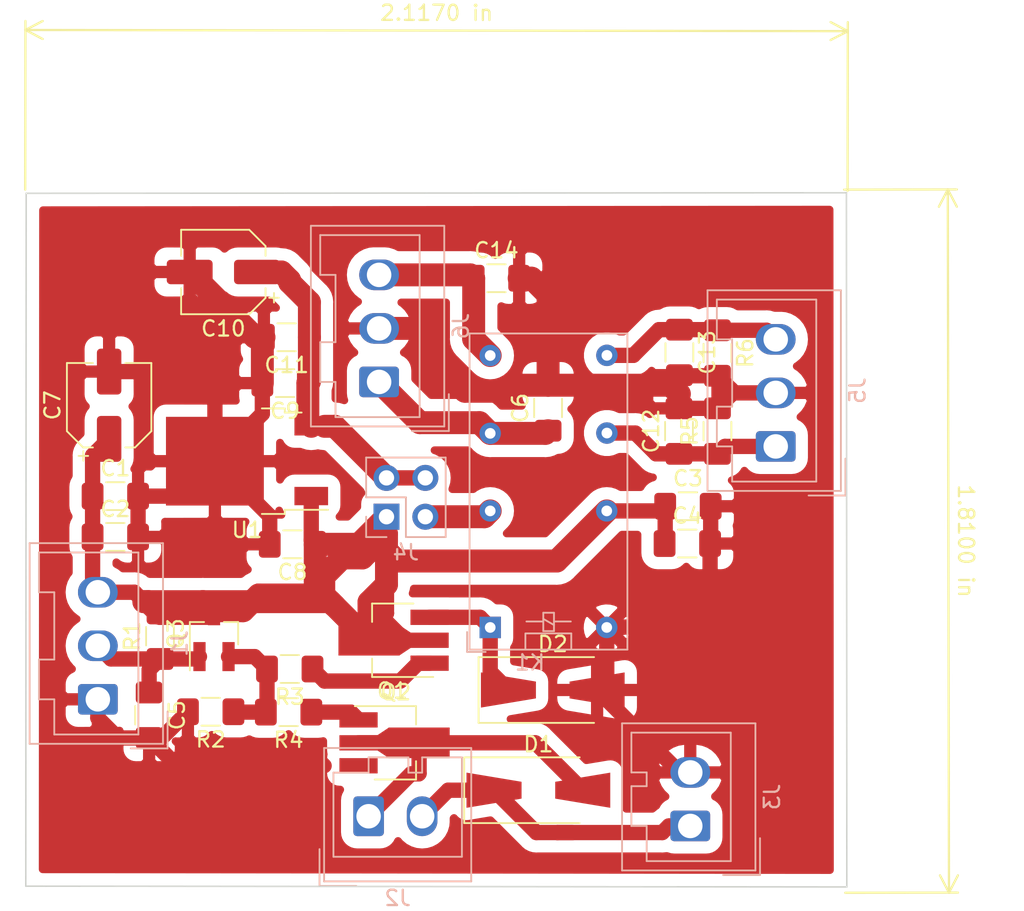
<source format=kicad_pcb>
(kicad_pcb (version 20171130) (host pcbnew "(5.1.4)-1")

  (general
    (thickness 1.6)
    (drawings 14)
    (tracks 188)
    (zones 0)
    (modules 33)
    (nets 17)
  )

  (page A4)
  (layers
    (0 F.Cu signal)
    (31 B.Cu signal)
    (32 B.Adhes user)
    (33 F.Adhes user)
    (34 B.Paste user)
    (35 F.Paste user)
    (36 B.SilkS user)
    (37 F.SilkS user)
    (38 B.Mask user)
    (39 F.Mask user)
    (40 Dwgs.User user)
    (41 Cmts.User user)
    (42 Eco1.User user)
    (43 Eco2.User user)
    (44 Edge.Cuts user)
    (45 Margin user)
    (46 B.CrtYd user)
    (47 F.CrtYd user)
    (48 B.Fab user)
    (49 F.Fab user)
  )

  (setup
    (last_trace_width 1.5)
    (user_trace_width 1)
    (user_trace_width 1.5)
    (trace_clearance 0.2)
    (zone_clearance 0.508)
    (zone_45_only no)
    (trace_min 0.2)
    (via_size 0.8)
    (via_drill 0.4)
    (via_min_size 0.4)
    (via_min_drill 0.3)
    (uvia_size 0.3)
    (uvia_drill 0.1)
    (uvias_allowed no)
    (uvia_min_size 0.2)
    (uvia_min_drill 0.1)
    (edge_width 0.1)
    (segment_width 0.2)
    (pcb_text_width 0.3)
    (pcb_text_size 1.5 1.5)
    (mod_edge_width 0.15)
    (mod_text_size 1 1)
    (mod_text_width 0.15)
    (pad_size 1.524 1.524)
    (pad_drill 0.762)
    (pad_to_mask_clearance 0)
    (aux_axis_origin 0 0)
    (visible_elements 7FFFFFFF)
    (pcbplotparams
      (layerselection 0x010fc_ffffffff)
      (usegerberextensions false)
      (usegerberattributes false)
      (usegerberadvancedattributes false)
      (creategerberjobfile false)
      (excludeedgelayer true)
      (linewidth 0.100000)
      (plotframeref false)
      (viasonmask false)
      (mode 1)
      (useauxorigin false)
      (hpglpennumber 1)
      (hpglpenspeed 20)
      (hpglpendiameter 15.000000)
      (psnegative false)
      (psa4output false)
      (plotreference true)
      (plotvalue true)
      (plotinvisibletext false)
      (padsonsilk false)
      (subtractmaskfromsilk false)
      (outputformat 1)
      (mirror false)
      (drillshape 1)
      (scaleselection 1)
      (outputdirectory ""))
  )

  (net 0 "")
  (net 1 +12V)
  (net 2 GND)
  (net 3 "Net-(C5-Pad1)")
  (net 4 "Net-(C6-Pad1)")
  (net 5 "Net-(C12-Pad1)")
  (net 6 "Net-(C13-Pad1)")
  (net 7 "Net-(C14-Pad1)")
  (net 8 "Net-(D1-Pad1)")
  (net 9 "Net-(D2-Pad1)")
  (net 10 "Net-(Q1-Pad1)")
  (net 11 "Net-(Q2-Pad1)")
  (net 12 "Net-(Q3-Pad2)")
  (net 13 "Net-(C10-Pad1)")
  (net 14 "Net-(J4-Pad2)")
  (net 15 "Net-(D1-Pad2)")
  (net 16 "Net-(Q2-Pad3)")

  (net_class Default "To jest domyślna klasa połączeń."
    (clearance 0.2)
    (trace_width 0.25)
    (via_dia 0.8)
    (via_drill 0.4)
    (uvia_dia 0.3)
    (uvia_drill 0.1)
    (add_net +12V)
    (add_net GND)
    (add_net "Net-(C10-Pad1)")
    (add_net "Net-(C12-Pad1)")
    (add_net "Net-(C13-Pad1)")
    (add_net "Net-(C14-Pad1)")
    (add_net "Net-(C5-Pad1)")
    (add_net "Net-(C6-Pad1)")
    (add_net "Net-(D1-Pad1)")
    (add_net "Net-(D1-Pad2)")
    (add_net "Net-(D2-Pad1)")
    (add_net "Net-(J4-Pad2)")
    (add_net "Net-(Q1-Pad1)")
    (add_net "Net-(Q2-Pad1)")
    (add_net "Net-(Q2-Pad3)")
    (add_net "Net-(Q3-Pad2)")
  )

  (module Capacitor_SMD:C_1206_3216Metric_Pad1.42x1.75mm_HandSolder (layer F.Cu) (tedit 5B301BBE) (tstamp 620C41B2)
    (at 69.3928 79.883)
    (descr "Capacitor SMD 1206 (3216 Metric), square (rectangular) end terminal, IPC_7351 nominal with elongated pad for handsoldering. (Body size source: http://www.tortai-tech.com/upload/download/2011102023233369053.pdf), generated with kicad-footprint-generator")
    (tags "capacitor handsolder")
    (path /61F56789)
    (attr smd)
    (fp_text reference C1 (at 0 -1.82) (layer F.SilkS)
      (effects (font (size 1 1) (thickness 0.15)))
    )
    (fp_text value 10n (at 0 1.82) (layer F.Fab)
      (effects (font (size 1 1) (thickness 0.15)))
    )
    (fp_line (start -1.6 0.8) (end -1.6 -0.8) (layer F.Fab) (width 0.1))
    (fp_line (start -1.6 -0.8) (end 1.6 -0.8) (layer F.Fab) (width 0.1))
    (fp_line (start 1.6 -0.8) (end 1.6 0.8) (layer F.Fab) (width 0.1))
    (fp_line (start 1.6 0.8) (end -1.6 0.8) (layer F.Fab) (width 0.1))
    (fp_line (start -0.602064 -0.91) (end 0.602064 -0.91) (layer F.SilkS) (width 0.12))
    (fp_line (start -0.602064 0.91) (end 0.602064 0.91) (layer F.SilkS) (width 0.12))
    (fp_line (start -2.45 1.12) (end -2.45 -1.12) (layer F.CrtYd) (width 0.05))
    (fp_line (start -2.45 -1.12) (end 2.45 -1.12) (layer F.CrtYd) (width 0.05))
    (fp_line (start 2.45 -1.12) (end 2.45 1.12) (layer F.CrtYd) (width 0.05))
    (fp_line (start 2.45 1.12) (end -2.45 1.12) (layer F.CrtYd) (width 0.05))
    (fp_text user %R (at 0 0) (layer F.Fab)
      (effects (font (size 0.8 0.8) (thickness 0.12)))
    )
    (pad 1 smd roundrect (at -1.4875 0) (size 1.425 1.75) (layers F.Cu F.Paste F.Mask) (roundrect_rratio 0.175439)
      (net 1 +12V))
    (pad 2 smd roundrect (at 1.4875 0) (size 1.425 1.75) (layers F.Cu F.Paste F.Mask) (roundrect_rratio 0.175439)
      (net 2 GND))
    (model ${KISYS3DMOD}/Capacitor_SMD.3dshapes/C_1206_3216Metric.wrl
      (at (xyz 0 0 0))
      (scale (xyz 1 1 1))
      (rotate (xyz 0 0 0))
    )
  )

  (module Capacitor_SMD:C_1206_3216Metric_Pad1.42x1.75mm_HandSolder (layer F.Cu) (tedit 5B301BBE) (tstamp 620C00A6)
    (at 69.3928 82.55)
    (descr "Capacitor SMD 1206 (3216 Metric), square (rectangular) end terminal, IPC_7351 nominal with elongated pad for handsoldering. (Body size source: http://www.tortai-tech.com/upload/download/2011102023233369053.pdf), generated with kicad-footprint-generator")
    (tags "capacitor handsolder")
    (path /61F4E913)
    (attr smd)
    (fp_text reference C2 (at 0 -1.82) (layer F.SilkS)
      (effects (font (size 1 1) (thickness 0.15)))
    )
    (fp_text value 100n (at 0 1.82) (layer F.Fab)
      (effects (font (size 1 1) (thickness 0.15)))
    )
    (fp_line (start -1.6 0.8) (end -1.6 -0.8) (layer F.Fab) (width 0.1))
    (fp_line (start -1.6 -0.8) (end 1.6 -0.8) (layer F.Fab) (width 0.1))
    (fp_line (start 1.6 -0.8) (end 1.6 0.8) (layer F.Fab) (width 0.1))
    (fp_line (start 1.6 0.8) (end -1.6 0.8) (layer F.Fab) (width 0.1))
    (fp_line (start -0.602064 -0.91) (end 0.602064 -0.91) (layer F.SilkS) (width 0.12))
    (fp_line (start -0.602064 0.91) (end 0.602064 0.91) (layer F.SilkS) (width 0.12))
    (fp_line (start -2.45 1.12) (end -2.45 -1.12) (layer F.CrtYd) (width 0.05))
    (fp_line (start -2.45 -1.12) (end 2.45 -1.12) (layer F.CrtYd) (width 0.05))
    (fp_line (start 2.45 -1.12) (end 2.45 1.12) (layer F.CrtYd) (width 0.05))
    (fp_line (start 2.45 1.12) (end -2.45 1.12) (layer F.CrtYd) (width 0.05))
    (fp_text user %R (at 0 0) (layer F.Fab)
      (effects (font (size 0.8 0.8) (thickness 0.12)))
    )
    (pad 1 smd roundrect (at -1.4875 0) (size 1.425 1.75) (layers F.Cu F.Paste F.Mask) (roundrect_rratio 0.175439)
      (net 1 +12V))
    (pad 2 smd roundrect (at 1.4875 0) (size 1.425 1.75) (layers F.Cu F.Paste F.Mask) (roundrect_rratio 0.175439)
      (net 2 GND))
    (model ${KISYS3DMOD}/Capacitor_SMD.3dshapes/C_1206_3216Metric.wrl
      (at (xyz 0 0 0))
      (scale (xyz 1 1 1))
      (rotate (xyz 0 0 0))
    )
  )

  (module Capacitor_SMD:C_1206_3216Metric_Pad1.42x1.75mm_HandSolder (layer F.Cu) (tedit 5B301BBE) (tstamp 620C26CD)
    (at 106.8324 80.5434)
    (descr "Capacitor SMD 1206 (3216 Metric), square (rectangular) end terminal, IPC_7351 nominal with elongated pad for handsoldering. (Body size source: http://www.tortai-tech.com/upload/download/2011102023233369053.pdf), generated with kicad-footprint-generator")
    (tags "capacitor handsolder")
    (path /61F4FF1B)
    (attr smd)
    (fp_text reference C3 (at 0 -1.82) (layer F.SilkS)
      (effects (font (size 1 1) (thickness 0.15)))
    )
    (fp_text value 10n (at 0 1.82) (layer F.Fab)
      (effects (font (size 1 1) (thickness 0.15)))
    )
    (fp_text user %R (at 0 0) (layer F.Fab)
      (effects (font (size 0.8 0.8) (thickness 0.12)))
    )
    (fp_line (start 2.45 1.12) (end -2.45 1.12) (layer F.CrtYd) (width 0.05))
    (fp_line (start 2.45 -1.12) (end 2.45 1.12) (layer F.CrtYd) (width 0.05))
    (fp_line (start -2.45 -1.12) (end 2.45 -1.12) (layer F.CrtYd) (width 0.05))
    (fp_line (start -2.45 1.12) (end -2.45 -1.12) (layer F.CrtYd) (width 0.05))
    (fp_line (start -0.602064 0.91) (end 0.602064 0.91) (layer F.SilkS) (width 0.12))
    (fp_line (start -0.602064 -0.91) (end 0.602064 -0.91) (layer F.SilkS) (width 0.12))
    (fp_line (start 1.6 0.8) (end -1.6 0.8) (layer F.Fab) (width 0.1))
    (fp_line (start 1.6 -0.8) (end 1.6 0.8) (layer F.Fab) (width 0.1))
    (fp_line (start -1.6 -0.8) (end 1.6 -0.8) (layer F.Fab) (width 0.1))
    (fp_line (start -1.6 0.8) (end -1.6 -0.8) (layer F.Fab) (width 0.1))
    (pad 2 smd roundrect (at 1.4875 0) (size 1.425 1.75) (layers F.Cu F.Paste F.Mask) (roundrect_rratio 0.175439)
      (net 2 GND))
    (pad 1 smd roundrect (at -1.4875 0) (size 1.425 1.75) (layers F.Cu F.Paste F.Mask) (roundrect_rratio 0.175439)
      (net 1 +12V))
    (model ${KISYS3DMOD}/Capacitor_SMD.3dshapes/C_1206_3216Metric.wrl
      (at (xyz 0 0 0))
      (scale (xyz 1 1 1))
      (rotate (xyz 0 0 0))
    )
  )

  (module Capacitor_SMD:C_1206_3216Metric_Pad1.42x1.75mm_HandSolder (layer F.Cu) (tedit 5B301BBE) (tstamp 620C00C8)
    (at 106.7927 82.9818)
    (descr "Capacitor SMD 1206 (3216 Metric), square (rectangular) end terminal, IPC_7351 nominal with elongated pad for handsoldering. (Body size source: http://www.tortai-tech.com/upload/download/2011102023233369053.pdf), generated with kicad-footprint-generator")
    (tags "capacitor handsolder")
    (path /61F561E2)
    (attr smd)
    (fp_text reference C4 (at 0 -1.82) (layer F.SilkS)
      (effects (font (size 1 1) (thickness 0.15)))
    )
    (fp_text value 100n (at 0 1.82) (layer F.Fab)
      (effects (font (size 1 1) (thickness 0.15)))
    )
    (fp_line (start -1.6 0.8) (end -1.6 -0.8) (layer F.Fab) (width 0.1))
    (fp_line (start -1.6 -0.8) (end 1.6 -0.8) (layer F.Fab) (width 0.1))
    (fp_line (start 1.6 -0.8) (end 1.6 0.8) (layer F.Fab) (width 0.1))
    (fp_line (start 1.6 0.8) (end -1.6 0.8) (layer F.Fab) (width 0.1))
    (fp_line (start -0.602064 -0.91) (end 0.602064 -0.91) (layer F.SilkS) (width 0.12))
    (fp_line (start -0.602064 0.91) (end 0.602064 0.91) (layer F.SilkS) (width 0.12))
    (fp_line (start -2.45 1.12) (end -2.45 -1.12) (layer F.CrtYd) (width 0.05))
    (fp_line (start -2.45 -1.12) (end 2.45 -1.12) (layer F.CrtYd) (width 0.05))
    (fp_line (start 2.45 -1.12) (end 2.45 1.12) (layer F.CrtYd) (width 0.05))
    (fp_line (start 2.45 1.12) (end -2.45 1.12) (layer F.CrtYd) (width 0.05))
    (fp_text user %R (at 0 0) (layer F.Fab)
      (effects (font (size 0.8 0.8) (thickness 0.12)))
    )
    (pad 1 smd roundrect (at -1.4875 0) (size 1.425 1.75) (layers F.Cu F.Paste F.Mask) (roundrect_rratio 0.175439)
      (net 1 +12V))
    (pad 2 smd roundrect (at 1.4875 0) (size 1.425 1.75) (layers F.Cu F.Paste F.Mask) (roundrect_rratio 0.175439)
      (net 2 GND))
    (model ${KISYS3DMOD}/Capacitor_SMD.3dshapes/C_1206_3216Metric.wrl
      (at (xyz 0 0 0))
      (scale (xyz 1 1 1))
      (rotate (xyz 0 0 0))
    )
  )

  (module Capacitor_SMD:C_1206_3216Metric_Pad1.42x1.75mm_HandSolder (layer F.Cu) (tedit 5B301BBE) (tstamp 620C399D)
    (at 71.6026 94.2086 270)
    (descr "Capacitor SMD 1206 (3216 Metric), square (rectangular) end terminal, IPC_7351 nominal with elongated pad for handsoldering. (Body size source: http://www.tortai-tech.com/upload/download/2011102023233369053.pdf), generated with kicad-footprint-generator")
    (tags "capacitor handsolder")
    (path /61F37CEE)
    (attr smd)
    (fp_text reference C5 (at 0 -1.82 90) (layer F.SilkS)
      (effects (font (size 1 1) (thickness 0.15)))
    )
    (fp_text value 1n (at 0 1.82 90) (layer F.Fab)
      (effects (font (size 1 1) (thickness 0.15)))
    )
    (fp_text user %R (at 0 0 90) (layer F.Fab)
      (effects (font (size 0.8 0.8) (thickness 0.12)))
    )
    (fp_line (start 2.45 1.12) (end -2.45 1.12) (layer F.CrtYd) (width 0.05))
    (fp_line (start 2.45 -1.12) (end 2.45 1.12) (layer F.CrtYd) (width 0.05))
    (fp_line (start -2.45 -1.12) (end 2.45 -1.12) (layer F.CrtYd) (width 0.05))
    (fp_line (start -2.45 1.12) (end -2.45 -1.12) (layer F.CrtYd) (width 0.05))
    (fp_line (start -0.602064 0.91) (end 0.602064 0.91) (layer F.SilkS) (width 0.12))
    (fp_line (start -0.602064 -0.91) (end 0.602064 -0.91) (layer F.SilkS) (width 0.12))
    (fp_line (start 1.6 0.8) (end -1.6 0.8) (layer F.Fab) (width 0.1))
    (fp_line (start 1.6 -0.8) (end 1.6 0.8) (layer F.Fab) (width 0.1))
    (fp_line (start -1.6 -0.8) (end 1.6 -0.8) (layer F.Fab) (width 0.1))
    (fp_line (start -1.6 0.8) (end -1.6 -0.8) (layer F.Fab) (width 0.1))
    (pad 2 smd roundrect (at 1.4875 0 270) (size 1.425 1.75) (layers F.Cu F.Paste F.Mask) (roundrect_rratio 0.175439)
      (net 2 GND))
    (pad 1 smd roundrect (at -1.4875 0 270) (size 1.425 1.75) (layers F.Cu F.Paste F.Mask) (roundrect_rratio 0.175439)
      (net 3 "Net-(C5-Pad1)"))
    (model ${KISYS3DMOD}/Capacitor_SMD.3dshapes/C_1206_3216Metric.wrl
      (at (xyz 0 0 0))
      (scale (xyz 1 1 1))
      (rotate (xyz 0 0 0))
    )
  )

  (module Capacitor_SMD:C_1206_3216Metric_Pad1.42x1.75mm_HandSolder (layer F.Cu) (tedit 5B301BBE) (tstamp 620C00EA)
    (at 97.6884 74.1172 90)
    (descr "Capacitor SMD 1206 (3216 Metric), square (rectangular) end terminal, IPC_7351 nominal with elongated pad for handsoldering. (Body size source: http://www.tortai-tech.com/upload/download/2011102023233369053.pdf), generated with kicad-footprint-generator")
    (tags "capacitor handsolder")
    (path /61FA3D9C)
    (attr smd)
    (fp_text reference C6 (at 0 -1.82 90) (layer F.SilkS)
      (effects (font (size 1 1) (thickness 0.15)))
    )
    (fp_text value 100n (at 0 1.82 90) (layer F.Fab)
      (effects (font (size 1 1) (thickness 0.15)))
    )
    (fp_line (start -1.6 0.8) (end -1.6 -0.8) (layer F.Fab) (width 0.1))
    (fp_line (start -1.6 -0.8) (end 1.6 -0.8) (layer F.Fab) (width 0.1))
    (fp_line (start 1.6 -0.8) (end 1.6 0.8) (layer F.Fab) (width 0.1))
    (fp_line (start 1.6 0.8) (end -1.6 0.8) (layer F.Fab) (width 0.1))
    (fp_line (start -0.602064 -0.91) (end 0.602064 -0.91) (layer F.SilkS) (width 0.12))
    (fp_line (start -0.602064 0.91) (end 0.602064 0.91) (layer F.SilkS) (width 0.12))
    (fp_line (start -2.45 1.12) (end -2.45 -1.12) (layer F.CrtYd) (width 0.05))
    (fp_line (start -2.45 -1.12) (end 2.45 -1.12) (layer F.CrtYd) (width 0.05))
    (fp_line (start 2.45 -1.12) (end 2.45 1.12) (layer F.CrtYd) (width 0.05))
    (fp_line (start 2.45 1.12) (end -2.45 1.12) (layer F.CrtYd) (width 0.05))
    (fp_text user %R (at 0 0 90) (layer F.Fab)
      (effects (font (size 0.8 0.8) (thickness 0.12)))
    )
    (pad 1 smd roundrect (at -1.4875 0 90) (size 1.425 1.75) (layers F.Cu F.Paste F.Mask) (roundrect_rratio 0.175439)
      (net 4 "Net-(C6-Pad1)"))
    (pad 2 smd roundrect (at 1.4875 0 90) (size 1.425 1.75) (layers F.Cu F.Paste F.Mask) (roundrect_rratio 0.175439)
      (net 2 GND))
    (model ${KISYS3DMOD}/Capacitor_SMD.3dshapes/C_1206_3216Metric.wrl
      (at (xyz 0 0 0))
      (scale (xyz 1 1 1))
      (rotate (xyz 0 0 0))
    )
  )

  (module Capacitor_SMD:C_1206_3216Metric_Pad1.42x1.75mm_HandSolder (layer F.Cu) (tedit 5B301BBE) (tstamp 620C1FA4)
    (at 106.2482 75.6301 90)
    (descr "Capacitor SMD 1206 (3216 Metric), square (rectangular) end terminal, IPC_7351 nominal with elongated pad for handsoldering. (Body size source: http://www.tortai-tech.com/upload/download/2011102023233369053.pdf), generated with kicad-footprint-generator")
    (tags "capacitor handsolder")
    (path /6211143C)
    (attr smd)
    (fp_text reference C12 (at 0 -1.82 90) (layer F.SilkS)
      (effects (font (size 1 1) (thickness 0.15)))
    )
    (fp_text value 100n (at 0 1.82 90) (layer F.Fab)
      (effects (font (size 1 1) (thickness 0.15)))
    )
    (fp_text user %R (at 0 0 90) (layer F.Fab)
      (effects (font (size 0.8 0.8) (thickness 0.12)))
    )
    (fp_line (start 2.45 1.12) (end -2.45 1.12) (layer F.CrtYd) (width 0.05))
    (fp_line (start 2.45 -1.12) (end 2.45 1.12) (layer F.CrtYd) (width 0.05))
    (fp_line (start -2.45 -1.12) (end 2.45 -1.12) (layer F.CrtYd) (width 0.05))
    (fp_line (start -2.45 1.12) (end -2.45 -1.12) (layer F.CrtYd) (width 0.05))
    (fp_line (start -0.602064 0.91) (end 0.602064 0.91) (layer F.SilkS) (width 0.12))
    (fp_line (start -0.602064 -0.91) (end 0.602064 -0.91) (layer F.SilkS) (width 0.12))
    (fp_line (start 1.6 0.8) (end -1.6 0.8) (layer F.Fab) (width 0.1))
    (fp_line (start 1.6 -0.8) (end 1.6 0.8) (layer F.Fab) (width 0.1))
    (fp_line (start -1.6 -0.8) (end 1.6 -0.8) (layer F.Fab) (width 0.1))
    (fp_line (start -1.6 0.8) (end -1.6 -0.8) (layer F.Fab) (width 0.1))
    (pad 2 smd roundrect (at 1.4875 0 90) (size 1.425 1.75) (layers F.Cu F.Paste F.Mask) (roundrect_rratio 0.175439)
      (net 2 GND))
    (pad 1 smd roundrect (at -1.4875 0 90) (size 1.425 1.75) (layers F.Cu F.Paste F.Mask) (roundrect_rratio 0.175439)
      (net 5 "Net-(C12-Pad1)"))
    (model ${KISYS3DMOD}/Capacitor_SMD.3dshapes/C_1206_3216Metric.wrl
      (at (xyz 0 0 0))
      (scale (xyz 1 1 1))
      (rotate (xyz 0 0 0))
    )
  )

  (module Capacitor_SMD:C_1206_3216Metric_Pad1.42x1.75mm_HandSolder (layer F.Cu) (tedit 5B301BBE) (tstamp 620C010C)
    (at 106.2736 70.485 270)
    (descr "Capacitor SMD 1206 (3216 Metric), square (rectangular) end terminal, IPC_7351 nominal with elongated pad for handsoldering. (Body size source: http://www.tortai-tech.com/upload/download/2011102023233369053.pdf), generated with kicad-footprint-generator")
    (tags "capacitor handsolder")
    (path /6210E749)
    (attr smd)
    (fp_text reference C13 (at 0 -1.82 90) (layer F.SilkS)
      (effects (font (size 1 1) (thickness 0.15)))
    )
    (fp_text value 100n (at 0 1.82 90) (layer F.Fab)
      (effects (font (size 1 1) (thickness 0.15)))
    )
    (fp_line (start -1.6 0.8) (end -1.6 -0.8) (layer F.Fab) (width 0.1))
    (fp_line (start -1.6 -0.8) (end 1.6 -0.8) (layer F.Fab) (width 0.1))
    (fp_line (start 1.6 -0.8) (end 1.6 0.8) (layer F.Fab) (width 0.1))
    (fp_line (start 1.6 0.8) (end -1.6 0.8) (layer F.Fab) (width 0.1))
    (fp_line (start -0.602064 -0.91) (end 0.602064 -0.91) (layer F.SilkS) (width 0.12))
    (fp_line (start -0.602064 0.91) (end 0.602064 0.91) (layer F.SilkS) (width 0.12))
    (fp_line (start -2.45 1.12) (end -2.45 -1.12) (layer F.CrtYd) (width 0.05))
    (fp_line (start -2.45 -1.12) (end 2.45 -1.12) (layer F.CrtYd) (width 0.05))
    (fp_line (start 2.45 -1.12) (end 2.45 1.12) (layer F.CrtYd) (width 0.05))
    (fp_line (start 2.45 1.12) (end -2.45 1.12) (layer F.CrtYd) (width 0.05))
    (fp_text user %R (at 0 0 90) (layer F.Fab)
      (effects (font (size 0.8 0.8) (thickness 0.12)))
    )
    (pad 1 smd roundrect (at -1.4875 0 270) (size 1.425 1.75) (layers F.Cu F.Paste F.Mask) (roundrect_rratio 0.175439)
      (net 6 "Net-(C13-Pad1)"))
    (pad 2 smd roundrect (at 1.4875 0 270) (size 1.425 1.75) (layers F.Cu F.Paste F.Mask) (roundrect_rratio 0.175439)
      (net 2 GND))
    (model ${KISYS3DMOD}/Capacitor_SMD.3dshapes/C_1206_3216Metric.wrl
      (at (xyz 0 0 0))
      (scale (xyz 1 1 1))
      (rotate (xyz 0 0 0))
    )
  )

  (module Capacitor_SMD:C_1206_3216Metric_Pad1.42x1.75mm_HandSolder (layer F.Cu) (tedit 5B301BBE) (tstamp 620C011D)
    (at 94.3102 65.6336)
    (descr "Capacitor SMD 1206 (3216 Metric), square (rectangular) end terminal, IPC_7351 nominal with elongated pad for handsoldering. (Body size source: http://www.tortai-tech.com/upload/download/2011102023233369053.pdf), generated with kicad-footprint-generator")
    (tags "capacitor handsolder")
    (path /620E246F)
    (attr smd)
    (fp_text reference C14 (at 0 -1.82) (layer F.SilkS)
      (effects (font (size 1 1) (thickness 0.15)))
    )
    (fp_text value 100n (at 0 1.82) (layer F.Fab)
      (effects (font (size 1 1) (thickness 0.15)))
    )
    (fp_text user %R (at 0 0) (layer F.Fab)
      (effects (font (size 0.8 0.8) (thickness 0.12)))
    )
    (fp_line (start 2.45 1.12) (end -2.45 1.12) (layer F.CrtYd) (width 0.05))
    (fp_line (start 2.45 -1.12) (end 2.45 1.12) (layer F.CrtYd) (width 0.05))
    (fp_line (start -2.45 -1.12) (end 2.45 -1.12) (layer F.CrtYd) (width 0.05))
    (fp_line (start -2.45 1.12) (end -2.45 -1.12) (layer F.CrtYd) (width 0.05))
    (fp_line (start -0.602064 0.91) (end 0.602064 0.91) (layer F.SilkS) (width 0.12))
    (fp_line (start -0.602064 -0.91) (end 0.602064 -0.91) (layer F.SilkS) (width 0.12))
    (fp_line (start 1.6 0.8) (end -1.6 0.8) (layer F.Fab) (width 0.1))
    (fp_line (start 1.6 -0.8) (end 1.6 0.8) (layer F.Fab) (width 0.1))
    (fp_line (start -1.6 -0.8) (end 1.6 -0.8) (layer F.Fab) (width 0.1))
    (fp_line (start -1.6 0.8) (end -1.6 -0.8) (layer F.Fab) (width 0.1))
    (pad 2 smd roundrect (at 1.4875 0) (size 1.425 1.75) (layers F.Cu F.Paste F.Mask) (roundrect_rratio 0.175439)
      (net 2 GND))
    (pad 1 smd roundrect (at -1.4875 0) (size 1.425 1.75) (layers F.Cu F.Paste F.Mask) (roundrect_rratio 0.175439)
      (net 7 "Net-(C14-Pad1)"))
    (model ${KISYS3DMOD}/Capacitor_SMD.3dshapes/C_1206_3216Metric.wrl
      (at (xyz 0 0 0))
      (scale (xyz 1 1 1))
      (rotate (xyz 0 0 0))
    )
  )

  (module Diode_SMD:D_SMA-SMB_Universal_Handsoldering (layer F.Cu) (tedit 5864381A) (tstamp 620C0139)
    (at 97.0534 99.1108)
    (descr "Diode, Universal, SMA (DO-214AC) or SMB (DO-214AA), Handsoldering,")
    (tags "Diode Universal SMA (DO-214AC) SMB (DO-214AA) Handsoldering ")
    (path /61F64FE5)
    (attr smd)
    (fp_text reference D1 (at 0 -3) (layer F.SilkS)
      (effects (font (size 1 1) (thickness 0.15)))
    )
    (fp_text value M7 (at 0 3.1) (layer F.Fab)
      (effects (font (size 1 1) (thickness 0.15)))
    )
    (fp_text user %R (at 0 -3) (layer F.Fab)
      (effects (font (size 1 1) (thickness 0.15)))
    )
    (fp_line (start -4.85 -2.15) (end -4.85 2.15) (layer F.SilkS) (width 0.12))
    (fp_line (start 2.3 2) (end -2.3 2) (layer F.Fab) (width 0.1))
    (fp_line (start -2.3 2) (end -2.3 -2) (layer F.Fab) (width 0.1))
    (fp_line (start 2.3 -2) (end 2.3 2) (layer F.Fab) (width 0.1))
    (fp_line (start 2.3 -2) (end -2.3 -2) (layer F.Fab) (width 0.1))
    (fp_line (start 2.3 1.5) (end -2.3 1.5) (layer F.Fab) (width 0.1))
    (fp_line (start -2.3 1.5) (end -2.3 -1.5) (layer F.Fab) (width 0.1))
    (fp_line (start 2.3 -1.5) (end 2.3 1.5) (layer F.Fab) (width 0.1))
    (fp_line (start 2.3 -1.5) (end -2.3 -1.5) (layer F.Fab) (width 0.1))
    (fp_line (start -4.95 -2.25) (end 4.95 -2.25) (layer F.CrtYd) (width 0.05))
    (fp_line (start 4.95 -2.25) (end 4.95 2.25) (layer F.CrtYd) (width 0.05))
    (fp_line (start 4.95 2.25) (end -4.95 2.25) (layer F.CrtYd) (width 0.05))
    (fp_line (start -4.95 2.25) (end -4.95 -2.25) (layer F.CrtYd) (width 0.05))
    (fp_line (start -0.64944 0.00102) (end -1.55114 0.00102) (layer F.Fab) (width 0.1))
    (fp_line (start 0.50118 0.00102) (end 1.4994 0.00102) (layer F.Fab) (width 0.1))
    (fp_line (start -0.64944 -0.79908) (end -0.64944 0.80112) (layer F.Fab) (width 0.1))
    (fp_line (start 0.50118 0.75032) (end 0.50118 -0.79908) (layer F.Fab) (width 0.1))
    (fp_line (start -0.64944 0.00102) (end 0.50118 0.75032) (layer F.Fab) (width 0.1))
    (fp_line (start -0.64944 0.00102) (end 0.50118 -0.79908) (layer F.Fab) (width 0.1))
    (fp_line (start -4.85 2.15) (end 2.7 2.15) (layer F.SilkS) (width 0.12))
    (fp_line (start -4.85 -2.15) (end 2.7 -2.15) (layer F.SilkS) (width 0.12))
    (pad 1 smd trapezoid (at -2.9 0) (size 3.6 1.7) (rect_delta 0.6 0 ) (layers F.Cu F.Paste F.Mask)
      (net 8 "Net-(D1-Pad1)"))
    (pad 2 smd trapezoid (at 2.9 0 180) (size 3.6 1.7) (rect_delta 0.6 0 ) (layers F.Cu F.Paste F.Mask)
      (net 15 "Net-(D1-Pad2)"))
    (model ${KISYS3DMOD}/Diode_SMD.3dshapes/D_SMB.wrl
      (at (xyz 0 0 0))
      (scale (xyz 1 1 1))
      (rotate (xyz 0 0 0))
    )
  )

  (module Diode_SMD:D_SMA-SMB_Universal_Handsoldering (layer F.Cu) (tedit 5864381A) (tstamp 62100D2D)
    (at 97.9932 92.5576)
    (descr "Diode, Universal, SMA (DO-214AC) or SMB (DO-214AA), Handsoldering,")
    (tags "Diode Universal SMA (DO-214AC) SMB (DO-214AA) Handsoldering ")
    (path /61F65756)
    (attr smd)
    (fp_text reference D2 (at 0 -3) (layer F.SilkS)
      (effects (font (size 1 1) (thickness 0.15)))
    )
    (fp_text value M7 (at 0 3.1) (layer F.Fab)
      (effects (font (size 1 1) (thickness 0.15)))
    )
    (fp_line (start -4.85 -2.15) (end 2.7 -2.15) (layer F.SilkS) (width 0.12))
    (fp_line (start -4.85 2.15) (end 2.7 2.15) (layer F.SilkS) (width 0.12))
    (fp_line (start -0.64944 0.00102) (end 0.50118 -0.79908) (layer F.Fab) (width 0.1))
    (fp_line (start -0.64944 0.00102) (end 0.50118 0.75032) (layer F.Fab) (width 0.1))
    (fp_line (start 0.50118 0.75032) (end 0.50118 -0.79908) (layer F.Fab) (width 0.1))
    (fp_line (start -0.64944 -0.79908) (end -0.64944 0.80112) (layer F.Fab) (width 0.1))
    (fp_line (start 0.50118 0.00102) (end 1.4994 0.00102) (layer F.Fab) (width 0.1))
    (fp_line (start -0.64944 0.00102) (end -1.55114 0.00102) (layer F.Fab) (width 0.1))
    (fp_line (start -4.95 2.25) (end -4.95 -2.25) (layer F.CrtYd) (width 0.05))
    (fp_line (start 4.95 2.25) (end -4.95 2.25) (layer F.CrtYd) (width 0.05))
    (fp_line (start 4.95 -2.25) (end 4.95 2.25) (layer F.CrtYd) (width 0.05))
    (fp_line (start -4.95 -2.25) (end 4.95 -2.25) (layer F.CrtYd) (width 0.05))
    (fp_line (start 2.3 -1.5) (end -2.3 -1.5) (layer F.Fab) (width 0.1))
    (fp_line (start 2.3 -1.5) (end 2.3 1.5) (layer F.Fab) (width 0.1))
    (fp_line (start -2.3 1.5) (end -2.3 -1.5) (layer F.Fab) (width 0.1))
    (fp_line (start 2.3 1.5) (end -2.3 1.5) (layer F.Fab) (width 0.1))
    (fp_line (start 2.3 -2) (end -2.3 -2) (layer F.Fab) (width 0.1))
    (fp_line (start 2.3 -2) (end 2.3 2) (layer F.Fab) (width 0.1))
    (fp_line (start -2.3 2) (end -2.3 -2) (layer F.Fab) (width 0.1))
    (fp_line (start 2.3 2) (end -2.3 2) (layer F.Fab) (width 0.1))
    (fp_line (start -4.85 -2.15) (end -4.85 2.15) (layer F.SilkS) (width 0.12))
    (fp_text user %R (at 0 -3) (layer F.Fab)
      (effects (font (size 1 1) (thickness 0.15)))
    )
    (pad 2 smd trapezoid (at 2.9 0 180) (size 3.6 1.7) (rect_delta 0.6 0 ) (layers F.Cu F.Paste F.Mask)
      (net 2 GND))
    (pad 1 smd trapezoid (at -2.9 0) (size 3.6 1.7) (rect_delta 0.6 0 ) (layers F.Cu F.Paste F.Mask)
      (net 9 "Net-(D2-Pad1)"))
    (model ${KISYS3DMOD}/Diode_SMD.3dshapes/D_SMB.wrl
      (at (xyz 0 0 0))
      (scale (xyz 1 1 1))
      (rotate (xyz 0 0 0))
    )
  )

  (module Relay_THT:Relay_DPDT_Omron_G5V-2 (layer B.Cu) (tedit 59D689A9) (tstamp 620C01BE)
    (at 93.9038 88.4682)
    (descr http://omronfs.omron.com/en_US/ecb/products/pdf/en-g5v2.pdf)
    (tags "Omron G5V-2 Relay DPDT")
    (path /620BFE76)
    (fp_text reference K1 (at 2.6 2.3) (layer B.SilkS)
      (effects (font (size 1 1) (thickness 0.15)) (justify mirror))
    )
    (fp_text value G5V-2 (at -2.41 -9.01 -90) (layer B.Fab)
      (effects (font (size 1 1) (thickness 0.15)) (justify mirror))
    )
    (fp_line (start -1.51 1.6) (end -0.3 1.6) (layer B.SilkS) (width 0.12))
    (fp_line (start -1.51 0.3) (end -1.51 1.6) (layer B.SilkS) (width 0.12))
    (fp_line (start -1.21 0.3) (end -0.3 1.31) (layer B.Fab) (width 0.12))
    (fp_line (start 8.83 1.31) (end -0.3 1.31) (layer B.Fab) (width 0.12))
    (fp_line (start -1.21 0.3) (end -1.21 -19.58) (layer B.Fab) (width 0.12))
    (fp_line (start -1.21 -19.07) (end 8.83 -19.07) (layer B.Fab) (width 0.12))
    (fp_line (start 8.83 -19.07) (end 8.83 1.31) (layer B.Fab) (width 0.12))
    (fp_line (start -1.35 1.45) (end -1.35 -19.22) (layer B.SilkS) (width 0.12))
    (fp_line (start -1.35 -19.22) (end 8.97 -19.22) (layer B.SilkS) (width 0.12))
    (fp_line (start 8.97 -19.22) (end 8.97 1.45) (layer B.SilkS) (width 0.12))
    (fp_line (start 8.97 1.45) (end -1.35 1.45) (layer B.SilkS) (width 0.12))
    (fp_line (start 2.3 1.45) (end 2.3 0.41) (layer B.SilkS) (width 0.12))
    (fp_line (start 2.3 0.39) (end 5.3 0.39) (layer B.SilkS) (width 0.12))
    (fp_line (start 5.3 0.39) (end 5.3 1.45) (layer B.SilkS) (width 0.12))
    (fp_line (start 9.07 -19.33) (end -1.45 -19.33) (layer B.CrtYd) (width 0.05))
    (fp_line (start -1.45 1.55) (end 9.07 1.55) (layer B.CrtYd) (width 0.05))
    (fp_line (start 9.07 1.55) (end 9.07 -19.33) (layer B.CrtYd) (width 0.05))
    (fp_text user %R (at 3.94 -9.16) (layer B.Fab)
      (effects (font (size 1 1) (thickness 0.15)) (justify mirror))
    )
    (fp_line (start 3.47 -0.39) (end 2.37 -0.39) (layer B.SilkS) (width 0.12))
    (fp_line (start 4.17 -0.39) (end 5.27 -0.39) (layer B.SilkS) (width 0.12))
    (fp_line (start 3.47 -0.56) (end 4.17 -0.16) (layer B.SilkS) (width 0.12))
    (fp_line (start 3.47 0.24) (end 3.47 -0.96) (layer B.SilkS) (width 0.12))
    (fp_line (start 3.47 -0.96) (end 4.17 -0.96) (layer B.SilkS) (width 0.12))
    (fp_line (start 4.17 -0.96) (end 4.17 0.24) (layer B.SilkS) (width 0.12))
    (fp_line (start 4.17 0.24) (end 3.47 0.24) (layer B.SilkS) (width 0.12))
    (fp_line (start -1.45 1.55) (end -1.45 -19.33) (layer B.CrtYd) (width 0.05))
    (pad 1 thru_hole rect (at 0 0) (size 1.4 1.4) (drill 0.7) (layers *.Cu *.Mask)
      (net 9 "Net-(D2-Pad1)"))
    (pad 16 thru_hole circle (at 7.62 0) (size 1.4 1.4) (drill 0.7) (layers *.Cu *.Mask)
      (net 2 GND))
    (pad 6 thru_hole circle (at 0 -12.69) (size 1.4 1.4) (drill 0.7) (layers *.Cu *.Mask)
      (net 4 "Net-(C6-Pad1)"))
    (pad 8 thru_hole circle (at 0 -17.78) (size 1.4 1.4) (drill 0.7) (layers *.Cu *.Mask)
      (net 7 "Net-(C14-Pad1)"))
    (pad 4 thru_hole circle (at 0 -7.62) (size 1.4 1.4) (drill 0.7) (layers *.Cu *.Mask)
      (net 14 "Net-(J4-Pad2)"))
    (pad 11 thru_hole circle (at 7.63 -12.71) (size 1.4 1.4) (drill 0.7) (layers *.Cu *.Mask)
      (net 5 "Net-(C12-Pad1)"))
    (pad 9 thru_hole circle (at 7.63 -17.79) (size 1.4 1.4) (drill 0.7) (layers *.Cu *.Mask)
      (net 6 "Net-(C13-Pad1)"))
    (pad 13 thru_hole circle (at 7.62 -7.62) (size 1.4 1.4) (drill 0.7) (layers *.Cu *.Mask)
      (net 1 +12V))
    (model ${KISYS3DMOD}/Relay_THT.3dshapes/Relay_DPDT_Omron_G5V-2.wrl
      (at (xyz 0 0 0))
      (scale (xyz 1 1 1))
      (rotate (xyz 0 0 0))
    )
  )

  (module Package_TO_SOT_SMD:SOT-89-3_Handsoldering (layer F.Cu) (tedit 5A02FF57) (tstamp 620C01D5)
    (at 87.9602 89.3064 180)
    (descr "SOT-89-3 Handsoldering")
    (tags "SOT-89-3 Handsoldering")
    (path /61F69B20)
    (attr smd)
    (fp_text reference Q1 (at 0.45 -3.3) (layer F.SilkS)
      (effects (font (size 1 1) (thickness 0.15)))
    )
    (fp_text value BCX54 (at 0.5 3.15) (layer F.Fab)
      (effects (font (size 1 1) (thickness 0.15)))
    )
    (fp_line (start -0.13 -2.3) (end 1.68 -2.3) (layer F.Fab) (width 0.1))
    (fp_line (start -0.92 2.3) (end -0.92 -1.51) (layer F.Fab) (width 0.1))
    (fp_line (start 1.68 2.3) (end -0.92 2.3) (layer F.Fab) (width 0.1))
    (fp_line (start 1.68 -2.3) (end 1.68 2.3) (layer F.Fab) (width 0.1))
    (fp_line (start -0.92 -1.51) (end -0.13 -2.3) (layer F.Fab) (width 0.1))
    (fp_line (start 1.78 -2.4) (end 1.78 -1.2) (layer F.SilkS) (width 0.12))
    (fp_line (start -2.22 -2.4) (end 1.78 -2.4) (layer F.SilkS) (width 0.12))
    (fp_line (start 1.78 2.4) (end -0.92 2.4) (layer F.SilkS) (width 0.12))
    (fp_line (start 1.78 1.2) (end 1.78 2.4) (layer F.SilkS) (width 0.12))
    (fp_line (start -3.5 -2.55) (end -3.5 2.55) (layer F.CrtYd) (width 0.05))
    (fp_line (start 4.25 -2.55) (end -3.5 -2.55) (layer F.CrtYd) (width 0.05))
    (fp_line (start 4.25 2.55) (end 4.25 -2.55) (layer F.CrtYd) (width 0.05))
    (fp_line (start -3.5 2.55) (end 4.25 2.55) (layer F.CrtYd) (width 0.05))
    (fp_text user %R (at 0.38 0 90) (layer F.Fab)
      (effects (font (size 0.6 0.6) (thickness 0.09)))
    )
    (pad 2 smd trapezoid (at -0.37 0 270) (size 1.5 0.75) (rect_delta 0 0.5 ) (layers F.Cu F.Paste F.Mask)
      (net 1 +12V))
    (pad 2 smd rect (at 1.98 0 90) (size 2 4) (layers F.Cu F.Paste F.Mask)
      (net 1 +12V))
    (pad 3 smd rect (at -1.98 1.5 90) (size 1 2.5) (layers F.Cu F.Paste F.Mask)
      (net 9 "Net-(D2-Pad1)"))
    (pad 2 smd rect (at -1.98 0 90) (size 1 2.5) (layers F.Cu F.Paste F.Mask)
      (net 1 +12V))
    (pad 1 smd rect (at -1.98 -1.5 90) (size 1 2.5) (layers F.Cu F.Paste F.Mask)
      (net 10 "Net-(Q1-Pad1)"))
    (model ${KISYS3DMOD}/Package_TO_SOT_SMD.3dshapes/SOT-89-3.wrl
      (at (xyz 0 0 0))
      (scale (xyz 1 1 1))
      (rotate (xyz 0 0 0))
    )
  )

  (module Package_TO_SOT_SMD:SOT-89-3_Handsoldering (layer F.Cu) (tedit 5A02FF57) (tstamp 620C01EC)
    (at 87.2744 96.012)
    (descr "SOT-89-3 Handsoldering")
    (tags "SOT-89-3 Handsoldering")
    (path /61F6A53E)
    (attr smd)
    (fp_text reference Q2 (at 0.45 -3.3) (layer F.SilkS)
      (effects (font (size 1 1) (thickness 0.15)))
    )
    (fp_text value BCX54 (at 0.5 3.15) (layer F.Fab)
      (effects (font (size 1 1) (thickness 0.15)))
    )
    (fp_text user %R (at 0.38 0 90) (layer F.Fab)
      (effects (font (size 0.6 0.6) (thickness 0.09)))
    )
    (fp_line (start -3.5 2.55) (end 4.25 2.55) (layer F.CrtYd) (width 0.05))
    (fp_line (start 4.25 2.55) (end 4.25 -2.55) (layer F.CrtYd) (width 0.05))
    (fp_line (start 4.25 -2.55) (end -3.5 -2.55) (layer F.CrtYd) (width 0.05))
    (fp_line (start -3.5 -2.55) (end -3.5 2.55) (layer F.CrtYd) (width 0.05))
    (fp_line (start 1.78 1.2) (end 1.78 2.4) (layer F.SilkS) (width 0.12))
    (fp_line (start 1.78 2.4) (end -0.92 2.4) (layer F.SilkS) (width 0.12))
    (fp_line (start -2.22 -2.4) (end 1.78 -2.4) (layer F.SilkS) (width 0.12))
    (fp_line (start 1.78 -2.4) (end 1.78 -1.2) (layer F.SilkS) (width 0.12))
    (fp_line (start -0.92 -1.51) (end -0.13 -2.3) (layer F.Fab) (width 0.1))
    (fp_line (start 1.68 -2.3) (end 1.68 2.3) (layer F.Fab) (width 0.1))
    (fp_line (start 1.68 2.3) (end -0.92 2.3) (layer F.Fab) (width 0.1))
    (fp_line (start -0.92 2.3) (end -0.92 -1.51) (layer F.Fab) (width 0.1))
    (fp_line (start -0.13 -2.3) (end 1.68 -2.3) (layer F.Fab) (width 0.1))
    (pad 1 smd rect (at -1.98 -1.5 270) (size 1 2.5) (layers F.Cu F.Paste F.Mask)
      (net 11 "Net-(Q2-Pad1)"))
    (pad 2 smd rect (at -1.98 0 270) (size 1 2.5) (layers F.Cu F.Paste F.Mask)
      (net 15 "Net-(D1-Pad2)"))
    (pad 3 smd rect (at -1.98 1.5 270) (size 1 2.5) (layers F.Cu F.Paste F.Mask)
      (net 16 "Net-(Q2-Pad3)"))
    (pad 2 smd rect (at 1.98 0 270) (size 2 4) (layers F.Cu F.Paste F.Mask)
      (net 15 "Net-(D1-Pad2)"))
    (pad 2 smd trapezoid (at -0.37 0 90) (size 1.5 0.75) (rect_delta 0 0.5 ) (layers F.Cu F.Paste F.Mask)
      (net 15 "Net-(D1-Pad2)"))
    (model ${KISYS3DMOD}/Package_TO_SOT_SMD.3dshapes/SOT-89-3.wrl
      (at (xyz 0 0 0))
      (scale (xyz 1 1 1))
      (rotate (xyz 0 0 0))
    )
  )

  (module Package_TO_SOT_SMD:SOT-23_Handsoldering (layer F.Cu) (tedit 5A0AB76C) (tstamp 620C0201)
    (at 75.8444 88.8746 90)
    (descr "SOT-23, Handsoldering")
    (tags SOT-23)
    (path /61F6CD26)
    (attr smd)
    (fp_text reference Q3 (at 0 -2.5 90) (layer F.SilkS)
      (effects (font (size 1 1) (thickness 0.15)))
    )
    (fp_text value BC848 (at 0 2.5 90) (layer F.Fab)
      (effects (font (size 1 1) (thickness 0.15)))
    )
    (fp_text user %R (at 0 0) (layer F.Fab)
      (effects (font (size 0.5 0.5) (thickness 0.075)))
    )
    (fp_line (start 0.76 1.58) (end 0.76 0.65) (layer F.SilkS) (width 0.12))
    (fp_line (start 0.76 -1.58) (end 0.76 -0.65) (layer F.SilkS) (width 0.12))
    (fp_line (start -2.7 -1.75) (end 2.7 -1.75) (layer F.CrtYd) (width 0.05))
    (fp_line (start 2.7 -1.75) (end 2.7 1.75) (layer F.CrtYd) (width 0.05))
    (fp_line (start 2.7 1.75) (end -2.7 1.75) (layer F.CrtYd) (width 0.05))
    (fp_line (start -2.7 1.75) (end -2.7 -1.75) (layer F.CrtYd) (width 0.05))
    (fp_line (start 0.76 -1.58) (end -2.4 -1.58) (layer F.SilkS) (width 0.12))
    (fp_line (start -0.7 -0.95) (end -0.7 1.5) (layer F.Fab) (width 0.1))
    (fp_line (start -0.15 -1.52) (end 0.7 -1.52) (layer F.Fab) (width 0.1))
    (fp_line (start -0.7 -0.95) (end -0.15 -1.52) (layer F.Fab) (width 0.1))
    (fp_line (start 0.7 -1.52) (end 0.7 1.52) (layer F.Fab) (width 0.1))
    (fp_line (start -0.7 1.52) (end 0.7 1.52) (layer F.Fab) (width 0.1))
    (fp_line (start 0.76 1.58) (end -0.7 1.58) (layer F.SilkS) (width 0.12))
    (pad 1 smd rect (at -1.5 -0.95 90) (size 1.9 0.8) (layers F.Cu F.Paste F.Mask)
      (net 3 "Net-(C5-Pad1)"))
    (pad 2 smd rect (at -1.5 0.95 90) (size 1.9 0.8) (layers F.Cu F.Paste F.Mask)
      (net 12 "Net-(Q3-Pad2)"))
    (pad 3 smd rect (at 1.5 0 90) (size 1.9 0.8) (layers F.Cu F.Paste F.Mask)
      (net 1 +12V))
    (model ${KISYS3DMOD}/Package_TO_SOT_SMD.3dshapes/SOT-23.wrl
      (at (xyz 0 0 0))
      (scale (xyz 1 1 1))
      (rotate (xyz 0 0 0))
    )
  )

  (module Resistor_SMD:R_1206_3216Metric_Pad1.42x1.75mm_HandSolder (layer F.Cu) (tedit 5B301BBD) (tstamp 620C0212)
    (at 72.3138 89.0413 90)
    (descr "Resistor SMD 1206 (3216 Metric), square (rectangular) end terminal, IPC_7351 nominal with elongated pad for handsoldering. (Body size source: http://www.tortai-tech.com/upload/download/2011102023233369053.pdf), generated with kicad-footprint-generator")
    (tags "resistor handsolder")
    (path /61F3E2F0)
    (attr smd)
    (fp_text reference R1 (at 0 -1.82 90) (layer F.SilkS)
      (effects (font (size 1 1) (thickness 0.15)))
    )
    (fp_text value 1.2k (at 0 1.82 90) (layer F.Fab)
      (effects (font (size 1 1) (thickness 0.15)))
    )
    (fp_line (start -1.6 0.8) (end -1.6 -0.8) (layer F.Fab) (width 0.1))
    (fp_line (start -1.6 -0.8) (end 1.6 -0.8) (layer F.Fab) (width 0.1))
    (fp_line (start 1.6 -0.8) (end 1.6 0.8) (layer F.Fab) (width 0.1))
    (fp_line (start 1.6 0.8) (end -1.6 0.8) (layer F.Fab) (width 0.1))
    (fp_line (start -0.602064 -0.91) (end 0.602064 -0.91) (layer F.SilkS) (width 0.12))
    (fp_line (start -0.602064 0.91) (end 0.602064 0.91) (layer F.SilkS) (width 0.12))
    (fp_line (start -2.45 1.12) (end -2.45 -1.12) (layer F.CrtYd) (width 0.05))
    (fp_line (start -2.45 -1.12) (end 2.45 -1.12) (layer F.CrtYd) (width 0.05))
    (fp_line (start 2.45 -1.12) (end 2.45 1.12) (layer F.CrtYd) (width 0.05))
    (fp_line (start 2.45 1.12) (end -2.45 1.12) (layer F.CrtYd) (width 0.05))
    (fp_text user %R (at 0 0 90) (layer F.Fab)
      (effects (font (size 0.8 0.8) (thickness 0.12)))
    )
    (pad 1 smd roundrect (at -1.4875 0 90) (size 1.425 1.75) (layers F.Cu F.Paste F.Mask) (roundrect_rratio 0.175439)
      (net 3 "Net-(C5-Pad1)"))
    (pad 2 smd roundrect (at 1.4875 0 90) (size 1.425 1.75) (layers F.Cu F.Paste F.Mask) (roundrect_rratio 0.175439)
      (net 1 +12V))
    (model ${KISYS3DMOD}/Resistor_SMD.3dshapes/R_1206_3216Metric.wrl
      (at (xyz 0 0 0))
      (scale (xyz 1 1 1))
      (rotate (xyz 0 0 0))
    )
  )

  (module Resistor_SMD:R_1206_3216Metric_Pad1.42x1.75mm_HandSolder (layer F.Cu) (tedit 5B301BBD) (tstamp 620C0223)
    (at 75.6269 93.98 180)
    (descr "Resistor SMD 1206 (3216 Metric), square (rectangular) end terminal, IPC_7351 nominal with elongated pad for handsoldering. (Body size source: http://www.tortai-tech.com/upload/download/2011102023233369053.pdf), generated with kicad-footprint-generator")
    (tags "resistor handsolder")
    (path /61F28A2B)
    (attr smd)
    (fp_text reference R2 (at 0 -1.82) (layer F.SilkS)
      (effects (font (size 1 1) (thickness 0.15)))
    )
    (fp_text value 4.7k (at 0 1.82) (layer F.Fab)
      (effects (font (size 1 1) (thickness 0.15)))
    )
    (fp_text user %R (at 0 0) (layer F.Fab)
      (effects (font (size 0.8 0.8) (thickness 0.12)))
    )
    (fp_line (start 2.45 1.12) (end -2.45 1.12) (layer F.CrtYd) (width 0.05))
    (fp_line (start 2.45 -1.12) (end 2.45 1.12) (layer F.CrtYd) (width 0.05))
    (fp_line (start -2.45 -1.12) (end 2.45 -1.12) (layer F.CrtYd) (width 0.05))
    (fp_line (start -2.45 1.12) (end -2.45 -1.12) (layer F.CrtYd) (width 0.05))
    (fp_line (start -0.602064 0.91) (end 0.602064 0.91) (layer F.SilkS) (width 0.12))
    (fp_line (start -0.602064 -0.91) (end 0.602064 -0.91) (layer F.SilkS) (width 0.12))
    (fp_line (start 1.6 0.8) (end -1.6 0.8) (layer F.Fab) (width 0.1))
    (fp_line (start 1.6 -0.8) (end 1.6 0.8) (layer F.Fab) (width 0.1))
    (fp_line (start -1.6 -0.8) (end 1.6 -0.8) (layer F.Fab) (width 0.1))
    (fp_line (start -1.6 0.8) (end -1.6 -0.8) (layer F.Fab) (width 0.1))
    (pad 2 smd roundrect (at 1.4875 0 180) (size 1.425 1.75) (layers F.Cu F.Paste F.Mask) (roundrect_rratio 0.175439)
      (net 2 GND))
    (pad 1 smd roundrect (at -1.4875 0 180) (size 1.425 1.75) (layers F.Cu F.Paste F.Mask) (roundrect_rratio 0.175439)
      (net 12 "Net-(Q3-Pad2)"))
    (model ${KISYS3DMOD}/Resistor_SMD.3dshapes/R_1206_3216Metric.wrl
      (at (xyz 0 0 0))
      (scale (xyz 1 1 1))
      (rotate (xyz 0 0 0))
    )
  )

  (module Resistor_SMD:R_1206_3216Metric_Pad1.42x1.75mm_HandSolder (layer F.Cu) (tedit 5B301BBD) (tstamp 620C0234)
    (at 80.7974 91.186 180)
    (descr "Resistor SMD 1206 (3216 Metric), square (rectangular) end terminal, IPC_7351 nominal with elongated pad for handsoldering. (Body size source: http://www.tortai-tech.com/upload/download/2011102023233369053.pdf), generated with kicad-footprint-generator")
    (tags "resistor handsolder")
    (path /61F483BC)
    (attr smd)
    (fp_text reference R3 (at 0 -1.82) (layer F.SilkS)
      (effects (font (size 1 1) (thickness 0.15)))
    )
    (fp_text value 470 (at 0 1.82) (layer F.Fab)
      (effects (font (size 1 1) (thickness 0.15)))
    )
    (fp_text user %R (at 0 0) (layer F.Fab)
      (effects (font (size 0.8 0.8) (thickness 0.12)))
    )
    (fp_line (start 2.45 1.12) (end -2.45 1.12) (layer F.CrtYd) (width 0.05))
    (fp_line (start 2.45 -1.12) (end 2.45 1.12) (layer F.CrtYd) (width 0.05))
    (fp_line (start -2.45 -1.12) (end 2.45 -1.12) (layer F.CrtYd) (width 0.05))
    (fp_line (start -2.45 1.12) (end -2.45 -1.12) (layer F.CrtYd) (width 0.05))
    (fp_line (start -0.602064 0.91) (end 0.602064 0.91) (layer F.SilkS) (width 0.12))
    (fp_line (start -0.602064 -0.91) (end 0.602064 -0.91) (layer F.SilkS) (width 0.12))
    (fp_line (start 1.6 0.8) (end -1.6 0.8) (layer F.Fab) (width 0.1))
    (fp_line (start 1.6 -0.8) (end 1.6 0.8) (layer F.Fab) (width 0.1))
    (fp_line (start -1.6 -0.8) (end 1.6 -0.8) (layer F.Fab) (width 0.1))
    (fp_line (start -1.6 0.8) (end -1.6 -0.8) (layer F.Fab) (width 0.1))
    (pad 2 smd roundrect (at 1.4875 0 180) (size 1.425 1.75) (layers F.Cu F.Paste F.Mask) (roundrect_rratio 0.175439)
      (net 12 "Net-(Q3-Pad2)"))
    (pad 1 smd roundrect (at -1.4875 0 180) (size 1.425 1.75) (layers F.Cu F.Paste F.Mask) (roundrect_rratio 0.175439)
      (net 10 "Net-(Q1-Pad1)"))
    (model ${KISYS3DMOD}/Resistor_SMD.3dshapes/R_1206_3216Metric.wrl
      (at (xyz 0 0 0))
      (scale (xyz 1 1 1))
      (rotate (xyz 0 0 0))
    )
  )

  (module Resistor_SMD:R_1206_3216Metric_Pad1.42x1.75mm_HandSolder (layer F.Cu) (tedit 5B301BBD) (tstamp 620C0245)
    (at 80.7212 94.0054 180)
    (descr "Resistor SMD 1206 (3216 Metric), square (rectangular) end terminal, IPC_7351 nominal with elongated pad for handsoldering. (Body size source: http://www.tortai-tech.com/upload/download/2011102023233369053.pdf), generated with kicad-footprint-generator")
    (tags "resistor handsolder")
    (path /61F48D43)
    (attr smd)
    (fp_text reference R4 (at 0 -1.82) (layer F.SilkS)
      (effects (font (size 1 1) (thickness 0.15)))
    )
    (fp_text value 470 (at 0 1.82) (layer F.Fab)
      (effects (font (size 1 1) (thickness 0.15)))
    )
    (fp_line (start -1.6 0.8) (end -1.6 -0.8) (layer F.Fab) (width 0.1))
    (fp_line (start -1.6 -0.8) (end 1.6 -0.8) (layer F.Fab) (width 0.1))
    (fp_line (start 1.6 -0.8) (end 1.6 0.8) (layer F.Fab) (width 0.1))
    (fp_line (start 1.6 0.8) (end -1.6 0.8) (layer F.Fab) (width 0.1))
    (fp_line (start -0.602064 -0.91) (end 0.602064 -0.91) (layer F.SilkS) (width 0.12))
    (fp_line (start -0.602064 0.91) (end 0.602064 0.91) (layer F.SilkS) (width 0.12))
    (fp_line (start -2.45 1.12) (end -2.45 -1.12) (layer F.CrtYd) (width 0.05))
    (fp_line (start -2.45 -1.12) (end 2.45 -1.12) (layer F.CrtYd) (width 0.05))
    (fp_line (start 2.45 -1.12) (end 2.45 1.12) (layer F.CrtYd) (width 0.05))
    (fp_line (start 2.45 1.12) (end -2.45 1.12) (layer F.CrtYd) (width 0.05))
    (fp_text user %R (at 0 0) (layer F.Fab)
      (effects (font (size 0.8 0.8) (thickness 0.12)))
    )
    (pad 1 smd roundrect (at -1.4875 0 180) (size 1.425 1.75) (layers F.Cu F.Paste F.Mask) (roundrect_rratio 0.175439)
      (net 11 "Net-(Q2-Pad1)"))
    (pad 2 smd roundrect (at 1.4875 0 180) (size 1.425 1.75) (layers F.Cu F.Paste F.Mask) (roundrect_rratio 0.175439)
      (net 12 "Net-(Q3-Pad2)"))
    (model ${KISYS3DMOD}/Resistor_SMD.3dshapes/R_1206_3216Metric.wrl
      (at (xyz 0 0 0))
      (scale (xyz 1 1 1))
      (rotate (xyz 0 0 0))
    )
  )

  (module Package_TO_SOT_SMD:TO-252-2 (layer F.Cu) (tedit 5A70A390) (tstamp 620C0BD1)
    (at 78.0034 77.597 180)
    (descr "TO-252 / DPAK SMD package, http://www.infineon.com/cms/en/product/packages/PG-TO252/PG-TO252-3-1/")
    (tags "DPAK TO-252 DPAK-3 TO-252-3 SOT-428")
    (path /6213F9D4)
    (attr smd)
    (fp_text reference U1 (at 0 -4.5) (layer F.SilkS)
      (effects (font (size 1 1) (thickness 0.15)))
    )
    (fp_text value KA78M05_TO252 (at 0 4.5) (layer F.Fab)
      (effects (font (size 1 1) (thickness 0.15)))
    )
    (fp_line (start 3.95 -2.7) (end 4.95 -2.7) (layer F.Fab) (width 0.1))
    (fp_line (start 4.95 -2.7) (end 4.95 2.7) (layer F.Fab) (width 0.1))
    (fp_line (start 4.95 2.7) (end 3.95 2.7) (layer F.Fab) (width 0.1))
    (fp_line (start 3.95 -3.25) (end 3.95 3.25) (layer F.Fab) (width 0.1))
    (fp_line (start 3.95 3.25) (end -2.27 3.25) (layer F.Fab) (width 0.1))
    (fp_line (start -2.27 3.25) (end -2.27 -2.25) (layer F.Fab) (width 0.1))
    (fp_line (start -2.27 -2.25) (end -1.27 -3.25) (layer F.Fab) (width 0.1))
    (fp_line (start -1.27 -3.25) (end 3.95 -3.25) (layer F.Fab) (width 0.1))
    (fp_line (start -1.865 -2.655) (end -4.97 -2.655) (layer F.Fab) (width 0.1))
    (fp_line (start -4.97 -2.655) (end -4.97 -1.905) (layer F.Fab) (width 0.1))
    (fp_line (start -4.97 -1.905) (end -2.27 -1.905) (layer F.Fab) (width 0.1))
    (fp_line (start -2.27 1.905) (end -4.97 1.905) (layer F.Fab) (width 0.1))
    (fp_line (start -4.97 1.905) (end -4.97 2.655) (layer F.Fab) (width 0.1))
    (fp_line (start -4.97 2.655) (end -2.27 2.655) (layer F.Fab) (width 0.1))
    (fp_line (start -0.97 -3.45) (end -2.47 -3.45) (layer F.SilkS) (width 0.12))
    (fp_line (start -2.47 -3.45) (end -2.47 -3.18) (layer F.SilkS) (width 0.12))
    (fp_line (start -2.47 -3.18) (end -5.3 -3.18) (layer F.SilkS) (width 0.12))
    (fp_line (start -0.97 3.45) (end -2.47 3.45) (layer F.SilkS) (width 0.12))
    (fp_line (start -2.47 3.45) (end -2.47 3.18) (layer F.SilkS) (width 0.12))
    (fp_line (start -2.47 3.18) (end -3.57 3.18) (layer F.SilkS) (width 0.12))
    (fp_line (start -5.55 -3.5) (end -5.55 3.5) (layer F.CrtYd) (width 0.05))
    (fp_line (start -5.55 3.5) (end 5.55 3.5) (layer F.CrtYd) (width 0.05))
    (fp_line (start 5.55 3.5) (end 5.55 -3.5) (layer F.CrtYd) (width 0.05))
    (fp_line (start 5.55 -3.5) (end -5.55 -3.5) (layer F.CrtYd) (width 0.05))
    (fp_text user %R (at 0 0) (layer F.Fab)
      (effects (font (size 1 1) (thickness 0.15)))
    )
    (pad 1 smd rect (at -4.2 -2.28 180) (size 2.2 1.2) (layers F.Cu F.Paste F.Mask)
      (net 1 +12V))
    (pad 3 smd rect (at -4.2 2.28 180) (size 2.2 1.2) (layers F.Cu F.Paste F.Mask)
      (net 13 "Net-(C10-Pad1)"))
    (pad 2 smd rect (at 2.1 0 180) (size 6.4 5.8) (layers F.Cu F.Mask)
      (net 2 GND))
    (pad "" smd rect (at 3.775 1.525 180) (size 3.05 2.75) (layers F.Paste))
    (pad "" smd rect (at 0.425 -1.525 180) (size 3.05 2.75) (layers F.Paste))
    (pad "" smd rect (at 3.775 -1.525 180) (size 3.05 2.75) (layers F.Paste))
    (pad "" smd rect (at 0.425 1.525 180) (size 3.05 2.75) (layers F.Paste))
    (model ${KISYS3DMOD}/Package_TO_SOT_SMD.3dshapes/TO-252-2.wrl
      (at (xyz 0 0 0))
      (scale (xyz 1 1 1))
      (rotate (xyz 0 0 0))
    )
  )

  (module Capacitor_SMD:CP_Elec_5x3 (layer F.Cu) (tedit 5BCA39CF) (tstamp 620C11F7)
    (at 68.9864 73.9394 90)
    (descr "SMD capacitor, aluminum electrolytic, Nichicon, 5.0x3.0mm")
    (tags "capacitor electrolytic")
    (path /620EE13F)
    (attr smd)
    (fp_text reference C7 (at 0 -3.7 90) (layer F.SilkS)
      (effects (font (size 1 1) (thickness 0.15)))
    )
    (fp_text value CP (at 0 3.7 90) (layer F.Fab)
      (effects (font (size 1 1) (thickness 0.15)))
    )
    (fp_circle (center 0 0) (end 2.5 0) (layer F.Fab) (width 0.1))
    (fp_line (start 2.65 -2.65) (end 2.65 2.65) (layer F.Fab) (width 0.1))
    (fp_line (start -1.65 -2.65) (end 2.65 -2.65) (layer F.Fab) (width 0.1))
    (fp_line (start -1.65 2.65) (end 2.65 2.65) (layer F.Fab) (width 0.1))
    (fp_line (start -2.65 -1.65) (end -2.65 1.65) (layer F.Fab) (width 0.1))
    (fp_line (start -2.65 -1.65) (end -1.65 -2.65) (layer F.Fab) (width 0.1))
    (fp_line (start -2.65 1.65) (end -1.65 2.65) (layer F.Fab) (width 0.1))
    (fp_line (start -2.033956 -1.2) (end -1.533956 -1.2) (layer F.Fab) (width 0.1))
    (fp_line (start -1.783956 -1.45) (end -1.783956 -0.95) (layer F.Fab) (width 0.1))
    (fp_line (start 2.76 2.76) (end 2.76 1.06) (layer F.SilkS) (width 0.12))
    (fp_line (start 2.76 -2.76) (end 2.76 -1.06) (layer F.SilkS) (width 0.12))
    (fp_line (start -1.695563 -2.76) (end 2.76 -2.76) (layer F.SilkS) (width 0.12))
    (fp_line (start -1.695563 2.76) (end 2.76 2.76) (layer F.SilkS) (width 0.12))
    (fp_line (start -2.76 1.695563) (end -2.76 1.06) (layer F.SilkS) (width 0.12))
    (fp_line (start -2.76 -1.695563) (end -2.76 -1.06) (layer F.SilkS) (width 0.12))
    (fp_line (start -2.76 -1.695563) (end -1.695563 -2.76) (layer F.SilkS) (width 0.12))
    (fp_line (start -2.76 1.695563) (end -1.695563 2.76) (layer F.SilkS) (width 0.12))
    (fp_line (start -3.625 -1.685) (end -3 -1.685) (layer F.SilkS) (width 0.12))
    (fp_line (start -3.3125 -1.9975) (end -3.3125 -1.3725) (layer F.SilkS) (width 0.12))
    (fp_line (start 2.9 -2.9) (end 2.9 -1.05) (layer F.CrtYd) (width 0.05))
    (fp_line (start 2.9 -1.05) (end 3.95 -1.05) (layer F.CrtYd) (width 0.05))
    (fp_line (start 3.95 -1.05) (end 3.95 1.05) (layer F.CrtYd) (width 0.05))
    (fp_line (start 3.95 1.05) (end 2.9 1.05) (layer F.CrtYd) (width 0.05))
    (fp_line (start 2.9 1.05) (end 2.9 2.9) (layer F.CrtYd) (width 0.05))
    (fp_line (start -1.75 2.9) (end 2.9 2.9) (layer F.CrtYd) (width 0.05))
    (fp_line (start -1.75 -2.9) (end 2.9 -2.9) (layer F.CrtYd) (width 0.05))
    (fp_line (start -2.9 1.75) (end -1.75 2.9) (layer F.CrtYd) (width 0.05))
    (fp_line (start -2.9 -1.75) (end -1.75 -2.9) (layer F.CrtYd) (width 0.05))
    (fp_line (start -2.9 -1.75) (end -2.9 -1.05) (layer F.CrtYd) (width 0.05))
    (fp_line (start -2.9 1.05) (end -2.9 1.75) (layer F.CrtYd) (width 0.05))
    (fp_line (start -2.9 -1.05) (end -3.95 -1.05) (layer F.CrtYd) (width 0.05))
    (fp_line (start -3.95 -1.05) (end -3.95 1.05) (layer F.CrtYd) (width 0.05))
    (fp_line (start -3.95 1.05) (end -2.9 1.05) (layer F.CrtYd) (width 0.05))
    (fp_text user %R (at 0 0 90) (layer F.Fab)
      (effects (font (size 1 1) (thickness 0.15)))
    )
    (pad 1 smd roundrect (at -2.2 0 90) (size 3 1.6) (layers F.Cu F.Paste F.Mask) (roundrect_rratio 0.15625)
      (net 1 +12V))
    (pad 2 smd roundrect (at 2.2 0 90) (size 3 1.6) (layers F.Cu F.Paste F.Mask) (roundrect_rratio 0.15625)
      (net 2 GND))
    (model ${KISYS3DMOD}/Capacitor_SMD.3dshapes/CP_Elec_5x3.wrl
      (at (xyz 0 0 0))
      (scale (xyz 1 1 1))
      (rotate (xyz 0 0 0))
    )
  )

  (module Capacitor_SMD:C_1206_3216Metric_Pad1.42x1.75mm_HandSolder (layer F.Cu) (tedit 5B301BBE) (tstamp 620C1208)
    (at 80.9752 83.0326 180)
    (descr "Capacitor SMD 1206 (3216 Metric), square (rectangular) end terminal, IPC_7351 nominal with elongated pad for handsoldering. (Body size source: http://www.tortai-tech.com/upload/download/2011102023233369053.pdf), generated with kicad-footprint-generator")
    (tags "capacitor handsolder")
    (path /6214C7A3)
    (attr smd)
    (fp_text reference C8 (at 0 -1.82) (layer F.SilkS)
      (effects (font (size 1 1) (thickness 0.15)))
    )
    (fp_text value 100n (at 0 1.82) (layer F.Fab)
      (effects (font (size 1 1) (thickness 0.15)))
    )
    (fp_line (start -1.6 0.8) (end -1.6 -0.8) (layer F.Fab) (width 0.1))
    (fp_line (start -1.6 -0.8) (end 1.6 -0.8) (layer F.Fab) (width 0.1))
    (fp_line (start 1.6 -0.8) (end 1.6 0.8) (layer F.Fab) (width 0.1))
    (fp_line (start 1.6 0.8) (end -1.6 0.8) (layer F.Fab) (width 0.1))
    (fp_line (start -0.602064 -0.91) (end 0.602064 -0.91) (layer F.SilkS) (width 0.12))
    (fp_line (start -0.602064 0.91) (end 0.602064 0.91) (layer F.SilkS) (width 0.12))
    (fp_line (start -2.45 1.12) (end -2.45 -1.12) (layer F.CrtYd) (width 0.05))
    (fp_line (start -2.45 -1.12) (end 2.45 -1.12) (layer F.CrtYd) (width 0.05))
    (fp_line (start 2.45 -1.12) (end 2.45 1.12) (layer F.CrtYd) (width 0.05))
    (fp_line (start 2.45 1.12) (end -2.45 1.12) (layer F.CrtYd) (width 0.05))
    (fp_text user %R (at 0 0) (layer F.Fab)
      (effects (font (size 0.8 0.8) (thickness 0.12)))
    )
    (pad 1 smd roundrect (at -1.4875 0 180) (size 1.425 1.75) (layers F.Cu F.Paste F.Mask) (roundrect_rratio 0.175439)
      (net 1 +12V))
    (pad 2 smd roundrect (at 1.4875 0 180) (size 1.425 1.75) (layers F.Cu F.Paste F.Mask) (roundrect_rratio 0.175439)
      (net 2 GND))
    (model ${KISYS3DMOD}/Capacitor_SMD.3dshapes/C_1206_3216Metric.wrl
      (at (xyz 0 0 0))
      (scale (xyz 1 1 1))
      (rotate (xyz 0 0 0))
    )
  )

  (module Capacitor_SMD:C_1206_3216Metric_Pad1.42x1.75mm_HandSolder (layer F.Cu) (tedit 5B301BBE) (tstamp 620C1219)
    (at 80.4926 72.4916 180)
    (descr "Capacitor SMD 1206 (3216 Metric), square (rectangular) end terminal, IPC_7351 nominal with elongated pad for handsoldering. (Body size source: http://www.tortai-tech.com/upload/download/2011102023233369053.pdf), generated with kicad-footprint-generator")
    (tags "capacitor handsolder")
    (path /6214D092)
    (attr smd)
    (fp_text reference C9 (at 0 -1.82) (layer F.SilkS)
      (effects (font (size 1 1) (thickness 0.15)))
    )
    (fp_text value 100n (at 0 1.82) (layer F.Fab)
      (effects (font (size 1 1) (thickness 0.15)))
    )
    (fp_text user %R (at 0 0) (layer F.Fab)
      (effects (font (size 0.8 0.8) (thickness 0.12)))
    )
    (fp_line (start 2.45 1.12) (end -2.45 1.12) (layer F.CrtYd) (width 0.05))
    (fp_line (start 2.45 -1.12) (end 2.45 1.12) (layer F.CrtYd) (width 0.05))
    (fp_line (start -2.45 -1.12) (end 2.45 -1.12) (layer F.CrtYd) (width 0.05))
    (fp_line (start -2.45 1.12) (end -2.45 -1.12) (layer F.CrtYd) (width 0.05))
    (fp_line (start -0.602064 0.91) (end 0.602064 0.91) (layer F.SilkS) (width 0.12))
    (fp_line (start -0.602064 -0.91) (end 0.602064 -0.91) (layer F.SilkS) (width 0.12))
    (fp_line (start 1.6 0.8) (end -1.6 0.8) (layer F.Fab) (width 0.1))
    (fp_line (start 1.6 -0.8) (end 1.6 0.8) (layer F.Fab) (width 0.1))
    (fp_line (start -1.6 -0.8) (end 1.6 -0.8) (layer F.Fab) (width 0.1))
    (fp_line (start -1.6 0.8) (end -1.6 -0.8) (layer F.Fab) (width 0.1))
    (pad 2 smd roundrect (at 1.4875 0 180) (size 1.425 1.75) (layers F.Cu F.Paste F.Mask) (roundrect_rratio 0.175439)
      (net 2 GND))
    (pad 1 smd roundrect (at -1.4875 0 180) (size 1.425 1.75) (layers F.Cu F.Paste F.Mask) (roundrect_rratio 0.175439)
      (net 13 "Net-(C10-Pad1)"))
    (model ${KISYS3DMOD}/Capacitor_SMD.3dshapes/C_1206_3216Metric.wrl
      (at (xyz 0 0 0))
      (scale (xyz 1 1 1))
      (rotate (xyz 0 0 0))
    )
  )

  (module Capacitor_SMD:CP_Elec_5x3 (layer F.Cu) (tedit 5BCA39CF) (tstamp 620C2AE1)
    (at 76.454 65.2272 180)
    (descr "SMD capacitor, aluminum electrolytic, Nichicon, 5.0x3.0mm")
    (tags "capacitor electrolytic")
    (path /6214D3B5)
    (attr smd)
    (fp_text reference C10 (at 0 -3.7) (layer F.SilkS)
      (effects (font (size 1 1) (thickness 0.15)))
    )
    (fp_text value 10u (at 0 3.7) (layer F.Fab)
      (effects (font (size 1 1) (thickness 0.15)))
    )
    (fp_text user %R (at 0 0) (layer F.Fab)
      (effects (font (size 1 1) (thickness 0.15)))
    )
    (fp_line (start -3.95 1.05) (end -2.9 1.05) (layer F.CrtYd) (width 0.05))
    (fp_line (start -3.95 -1.05) (end -3.95 1.05) (layer F.CrtYd) (width 0.05))
    (fp_line (start -2.9 -1.05) (end -3.95 -1.05) (layer F.CrtYd) (width 0.05))
    (fp_line (start -2.9 1.05) (end -2.9 1.75) (layer F.CrtYd) (width 0.05))
    (fp_line (start -2.9 -1.75) (end -2.9 -1.05) (layer F.CrtYd) (width 0.05))
    (fp_line (start -2.9 -1.75) (end -1.75 -2.9) (layer F.CrtYd) (width 0.05))
    (fp_line (start -2.9 1.75) (end -1.75 2.9) (layer F.CrtYd) (width 0.05))
    (fp_line (start -1.75 -2.9) (end 2.9 -2.9) (layer F.CrtYd) (width 0.05))
    (fp_line (start -1.75 2.9) (end 2.9 2.9) (layer F.CrtYd) (width 0.05))
    (fp_line (start 2.9 1.05) (end 2.9 2.9) (layer F.CrtYd) (width 0.05))
    (fp_line (start 3.95 1.05) (end 2.9 1.05) (layer F.CrtYd) (width 0.05))
    (fp_line (start 3.95 -1.05) (end 3.95 1.05) (layer F.CrtYd) (width 0.05))
    (fp_line (start 2.9 -1.05) (end 3.95 -1.05) (layer F.CrtYd) (width 0.05))
    (fp_line (start 2.9 -2.9) (end 2.9 -1.05) (layer F.CrtYd) (width 0.05))
    (fp_line (start -3.3125 -1.9975) (end -3.3125 -1.3725) (layer F.SilkS) (width 0.12))
    (fp_line (start -3.625 -1.685) (end -3 -1.685) (layer F.SilkS) (width 0.12))
    (fp_line (start -2.76 1.695563) (end -1.695563 2.76) (layer F.SilkS) (width 0.12))
    (fp_line (start -2.76 -1.695563) (end -1.695563 -2.76) (layer F.SilkS) (width 0.12))
    (fp_line (start -2.76 -1.695563) (end -2.76 -1.06) (layer F.SilkS) (width 0.12))
    (fp_line (start -2.76 1.695563) (end -2.76 1.06) (layer F.SilkS) (width 0.12))
    (fp_line (start -1.695563 2.76) (end 2.76 2.76) (layer F.SilkS) (width 0.12))
    (fp_line (start -1.695563 -2.76) (end 2.76 -2.76) (layer F.SilkS) (width 0.12))
    (fp_line (start 2.76 -2.76) (end 2.76 -1.06) (layer F.SilkS) (width 0.12))
    (fp_line (start 2.76 2.76) (end 2.76 1.06) (layer F.SilkS) (width 0.12))
    (fp_line (start -1.783956 -1.45) (end -1.783956 -0.95) (layer F.Fab) (width 0.1))
    (fp_line (start -2.033956 -1.2) (end -1.533956 -1.2) (layer F.Fab) (width 0.1))
    (fp_line (start -2.65 1.65) (end -1.65 2.65) (layer F.Fab) (width 0.1))
    (fp_line (start -2.65 -1.65) (end -1.65 -2.65) (layer F.Fab) (width 0.1))
    (fp_line (start -2.65 -1.65) (end -2.65 1.65) (layer F.Fab) (width 0.1))
    (fp_line (start -1.65 2.65) (end 2.65 2.65) (layer F.Fab) (width 0.1))
    (fp_line (start -1.65 -2.65) (end 2.65 -2.65) (layer F.Fab) (width 0.1))
    (fp_line (start 2.65 -2.65) (end 2.65 2.65) (layer F.Fab) (width 0.1))
    (fp_circle (center 0 0) (end 2.5 0) (layer F.Fab) (width 0.1))
    (pad 2 smd roundrect (at 2.2 0 180) (size 3 1.6) (layers F.Cu F.Paste F.Mask) (roundrect_rratio 0.15625)
      (net 2 GND))
    (pad 1 smd roundrect (at -2.2 0 180) (size 3 1.6) (layers F.Cu F.Paste F.Mask) (roundrect_rratio 0.15625)
      (net 13 "Net-(C10-Pad1)"))
    (model ${KISYS3DMOD}/Capacitor_SMD.3dshapes/CP_Elec_5x3.wrl
      (at (xyz 0 0 0))
      (scale (xyz 1 1 1))
      (rotate (xyz 0 0 0))
    )
  )

  (module Capacitor_SMD:C_1206_3216Metric_Pad1.42x1.75mm_HandSolder (layer F.Cu) (tedit 5B301BBE) (tstamp 6214164B)
    (at 80.5942 69.4944 180)
    (descr "Capacitor SMD 1206 (3216 Metric), square (rectangular) end terminal, IPC_7351 nominal with elongated pad for handsoldering. (Body size source: http://www.tortai-tech.com/upload/download/2011102023233369053.pdf), generated with kicad-footprint-generator")
    (tags "capacitor handsolder")
    (path /6214DA2F)
    (attr smd)
    (fp_text reference C11 (at 0 -1.82) (layer F.SilkS)
      (effects (font (size 1 1) (thickness 0.15)))
    )
    (fp_text value 10n (at 0 1.82) (layer F.Fab)
      (effects (font (size 1 1) (thickness 0.15)))
    )
    (fp_line (start -1.6 0.8) (end -1.6 -0.8) (layer F.Fab) (width 0.1))
    (fp_line (start -1.6 -0.8) (end 1.6 -0.8) (layer F.Fab) (width 0.1))
    (fp_line (start 1.6 -0.8) (end 1.6 0.8) (layer F.Fab) (width 0.1))
    (fp_line (start 1.6 0.8) (end -1.6 0.8) (layer F.Fab) (width 0.1))
    (fp_line (start -0.602064 -0.91) (end 0.602064 -0.91) (layer F.SilkS) (width 0.12))
    (fp_line (start -0.602064 0.91) (end 0.602064 0.91) (layer F.SilkS) (width 0.12))
    (fp_line (start -2.45 1.12) (end -2.45 -1.12) (layer F.CrtYd) (width 0.05))
    (fp_line (start -2.45 -1.12) (end 2.45 -1.12) (layer F.CrtYd) (width 0.05))
    (fp_line (start 2.45 -1.12) (end 2.45 1.12) (layer F.CrtYd) (width 0.05))
    (fp_line (start 2.45 1.12) (end -2.45 1.12) (layer F.CrtYd) (width 0.05))
    (fp_text user %R (at 0 0) (layer F.Fab)
      (effects (font (size 0.8 0.8) (thickness 0.12)))
    )
    (pad 1 smd roundrect (at -1.4875 0 180) (size 1.425 1.75) (layers F.Cu F.Paste F.Mask) (roundrect_rratio 0.175439)
      (net 13 "Net-(C10-Pad1)"))
    (pad 2 smd roundrect (at 1.4875 0 180) (size 1.425 1.75) (layers F.Cu F.Paste F.Mask) (roundrect_rratio 0.175439)
      (net 2 GND))
    (model ${KISYS3DMOD}/Capacitor_SMD.3dshapes/C_1206_3216Metric.wrl
      (at (xyz 0 0 0))
      (scale (xyz 1 1 1))
      (rotate (xyz 0 0 0))
    )
  )

  (module Connector_PinHeader_2.54mm:PinHeader_2x02_P2.54mm_Vertical (layer B.Cu) (tedit 59FED5CC) (tstamp 620C2983)
    (at 87.122 81.2292)
    (descr "Through hole straight pin header, 2x02, 2.54mm pitch, double rows")
    (tags "Through hole pin header THT 2x02 2.54mm double row")
    (path /62130791)
    (fp_text reference J4 (at 1.27 2.33 180) (layer B.SilkS)
      (effects (font (size 1 1) (thickness 0.15)) (justify mirror))
    )
    (fp_text value Conn_02x02_Counter_Clockwise (at 1.27 -4.87 180) (layer B.Fab)
      (effects (font (size 1 1) (thickness 0.15)) (justify mirror))
    )
    (fp_line (start 0 1.27) (end 3.81 1.27) (layer B.Fab) (width 0.1))
    (fp_line (start 3.81 1.27) (end 3.81 -3.81) (layer B.Fab) (width 0.1))
    (fp_line (start 3.81 -3.81) (end -1.27 -3.81) (layer B.Fab) (width 0.1))
    (fp_line (start -1.27 -3.81) (end -1.27 0) (layer B.Fab) (width 0.1))
    (fp_line (start -1.27 0) (end 0 1.27) (layer B.Fab) (width 0.1))
    (fp_line (start -1.33 -3.87) (end 3.87 -3.87) (layer B.SilkS) (width 0.12))
    (fp_line (start -1.33 -1.27) (end -1.33 -3.87) (layer B.SilkS) (width 0.12))
    (fp_line (start 3.87 1.33) (end 3.87 -3.87) (layer B.SilkS) (width 0.12))
    (fp_line (start -1.33 -1.27) (end 1.27 -1.27) (layer B.SilkS) (width 0.12))
    (fp_line (start 1.27 -1.27) (end 1.27 1.33) (layer B.SilkS) (width 0.12))
    (fp_line (start 1.27 1.33) (end 3.87 1.33) (layer B.SilkS) (width 0.12))
    (fp_line (start -1.33 0) (end -1.33 1.33) (layer B.SilkS) (width 0.12))
    (fp_line (start -1.33 1.33) (end 0 1.33) (layer B.SilkS) (width 0.12))
    (fp_line (start -1.8 1.8) (end -1.8 -4.35) (layer B.CrtYd) (width 0.05))
    (fp_line (start -1.8 -4.35) (end 4.35 -4.35) (layer B.CrtYd) (width 0.05))
    (fp_line (start 4.35 -4.35) (end 4.35 1.8) (layer B.CrtYd) (width 0.05))
    (fp_line (start 4.35 1.8) (end -1.8 1.8) (layer B.CrtYd) (width 0.05))
    (fp_text user %R (at 1.27 -1.27 -270) (layer B.Fab)
      (effects (font (size 1 1) (thickness 0.15)) (justify mirror))
    )
    (pad 1 thru_hole rect (at 0 0) (size 1.7 1.7) (drill 1) (layers *.Cu *.Mask)
      (net 1 +12V))
    (pad 2 thru_hole oval (at 2.54 0) (size 1.7 1.7) (drill 1) (layers *.Cu *.Mask)
      (net 14 "Net-(J4-Pad2)"))
    (pad 3 thru_hole oval (at 0 -2.54) (size 1.7 1.7) (drill 1) (layers *.Cu *.Mask)
      (net 13 "Net-(C10-Pad1)"))
    (pad 4 thru_hole oval (at 2.54 -2.54) (size 1.7 1.7) (drill 1) (layers *.Cu *.Mask)
      (net 13 "Net-(C10-Pad1)"))
    (model ${KISYS3DMOD}/Connector_PinHeader_2.54mm.3dshapes/PinHeader_2x02_P2.54mm_Vertical.wrl
      (at (xyz 0 0 0))
      (scale (xyz 1 1 1))
      (rotate (xyz 0 0 0))
    )
  )

  (module Resistor_SMD:R_1206_3216Metric_Pad1.42x1.75mm_HandSolder (layer F.Cu) (tedit 5B301BBD) (tstamp 620C12AB)
    (at 108.7628 75.6301 90)
    (descr "Resistor SMD 1206 (3216 Metric), square (rectangular) end terminal, IPC_7351 nominal with elongated pad for handsoldering. (Body size source: http://www.tortai-tech.com/upload/download/2011102023233369053.pdf), generated with kicad-footprint-generator")
    (tags "resistor handsolder")
    (path /62178A6B)
    (attr smd)
    (fp_text reference R5 (at 0 -1.82 90) (layer F.SilkS)
      (effects (font (size 1 1) (thickness 0.15)))
    )
    (fp_text value 1,2k (at 0 1.82 90) (layer F.Fab)
      (effects (font (size 1 1) (thickness 0.15)))
    )
    (fp_text user %R (at 0 0 90) (layer F.Fab)
      (effects (font (size 0.8 0.8) (thickness 0.12)))
    )
    (fp_line (start 2.45 1.12) (end -2.45 1.12) (layer F.CrtYd) (width 0.05))
    (fp_line (start 2.45 -1.12) (end 2.45 1.12) (layer F.CrtYd) (width 0.05))
    (fp_line (start -2.45 -1.12) (end 2.45 -1.12) (layer F.CrtYd) (width 0.05))
    (fp_line (start -2.45 1.12) (end -2.45 -1.12) (layer F.CrtYd) (width 0.05))
    (fp_line (start -0.602064 0.91) (end 0.602064 0.91) (layer F.SilkS) (width 0.12))
    (fp_line (start -0.602064 -0.91) (end 0.602064 -0.91) (layer F.SilkS) (width 0.12))
    (fp_line (start 1.6 0.8) (end -1.6 0.8) (layer F.Fab) (width 0.1))
    (fp_line (start 1.6 -0.8) (end 1.6 0.8) (layer F.Fab) (width 0.1))
    (fp_line (start -1.6 -0.8) (end 1.6 -0.8) (layer F.Fab) (width 0.1))
    (fp_line (start -1.6 0.8) (end -1.6 -0.8) (layer F.Fab) (width 0.1))
    (pad 2 smd roundrect (at 1.4875 0 90) (size 1.425 1.75) (layers F.Cu F.Paste F.Mask) (roundrect_rratio 0.175439)
      (net 2 GND))
    (pad 1 smd roundrect (at -1.4875 0 90) (size 1.425 1.75) (layers F.Cu F.Paste F.Mask) (roundrect_rratio 0.175439)
      (net 5 "Net-(C12-Pad1)"))
    (model ${KISYS3DMOD}/Resistor_SMD.3dshapes/R_1206_3216Metric.wrl
      (at (xyz 0 0 0))
      (scale (xyz 1 1 1))
      (rotate (xyz 0 0 0))
    )
  )

  (module Resistor_SMD:R_1206_3216Metric_Pad1.42x1.75mm_HandSolder (layer F.Cu) (tedit 5B301BBD) (tstamp 620C12BC)
    (at 108.7628 70.5247 270)
    (descr "Resistor SMD 1206 (3216 Metric), square (rectangular) end terminal, IPC_7351 nominal with elongated pad for handsoldering. (Body size source: http://www.tortai-tech.com/upload/download/2011102023233369053.pdf), generated with kicad-footprint-generator")
    (tags "resistor handsolder")
    (path /621793D3)
    (attr smd)
    (fp_text reference R6 (at 0 -1.82 90) (layer F.SilkS)
      (effects (font (size 1 1) (thickness 0.15)))
    )
    (fp_text value 1,2k (at 0 1.82 90) (layer F.Fab)
      (effects (font (size 1 1) (thickness 0.15)))
    )
    (fp_line (start -1.6 0.8) (end -1.6 -0.8) (layer F.Fab) (width 0.1))
    (fp_line (start -1.6 -0.8) (end 1.6 -0.8) (layer F.Fab) (width 0.1))
    (fp_line (start 1.6 -0.8) (end 1.6 0.8) (layer F.Fab) (width 0.1))
    (fp_line (start 1.6 0.8) (end -1.6 0.8) (layer F.Fab) (width 0.1))
    (fp_line (start -0.602064 -0.91) (end 0.602064 -0.91) (layer F.SilkS) (width 0.12))
    (fp_line (start -0.602064 0.91) (end 0.602064 0.91) (layer F.SilkS) (width 0.12))
    (fp_line (start -2.45 1.12) (end -2.45 -1.12) (layer F.CrtYd) (width 0.05))
    (fp_line (start -2.45 -1.12) (end 2.45 -1.12) (layer F.CrtYd) (width 0.05))
    (fp_line (start 2.45 -1.12) (end 2.45 1.12) (layer F.CrtYd) (width 0.05))
    (fp_line (start 2.45 1.12) (end -2.45 1.12) (layer F.CrtYd) (width 0.05))
    (fp_text user %R (at 0 0 90) (layer F.Fab)
      (effects (font (size 0.8 0.8) (thickness 0.12)))
    )
    (pad 1 smd roundrect (at -1.4875 0 270) (size 1.425 1.75) (layers F.Cu F.Paste F.Mask) (roundrect_rratio 0.175439)
      (net 6 "Net-(C13-Pad1)"))
    (pad 2 smd roundrect (at 1.4875 0 270) (size 1.425 1.75) (layers F.Cu F.Paste F.Mask) (roundrect_rratio 0.175439)
      (net 2 GND))
    (model ${KISYS3DMOD}/Resistor_SMD.3dshapes/R_1206_3216Metric.wrl
      (at (xyz 0 0 0))
      (scale (xyz 1 1 1))
      (rotate (xyz 0 0 0))
    )
  )

  (module Connector_Wago:Wago_734-133_1x03_P3.50mm_Vertical (layer B.Cu) (tedit 5B788E68) (tstamp 62140AA1)
    (at 68.2498 93.1672 90)
    (descr "Molex 734 Male header (for PCBs); Straight solder pin 1 x 1 mm, 734-133 , 3 Pins (http://www.farnell.com/datasheets/2157639.pdf), generated with kicad-footprint-generator")
    (tags "connector Wago  side entry")
    (path /61F1CAAE)
    (fp_text reference J1 (at 3.65 5.35 90) (layer B.SilkS)
      (effects (font (size 1 1) (thickness 0.15)) (justify mirror))
    )
    (fp_text value Conn_01x03 (at 3.65 -5.55 90) (layer B.Fab)
      (effects (font (size 1 1) (thickness 0.15)) (justify mirror))
    )
    (fp_line (start -2.8 4.15) (end -2.8 -4.35) (layer B.Fab) (width 0.1))
    (fp_line (start -2.8 -4.35) (end 10.1 -4.35) (layer B.Fab) (width 0.1))
    (fp_line (start 10.1 -4.35) (end 10.1 4.15) (layer B.Fab) (width 0.1))
    (fp_line (start 10.1 4.15) (end -2.8 4.15) (layer B.Fab) (width 0.1))
    (fp_line (start -2.91 4.26) (end -2.91 -4.46) (layer B.SilkS) (width 0.12))
    (fp_line (start -2.91 -4.46) (end 10.21 -4.46) (layer B.SilkS) (width 0.12))
    (fp_line (start 10.21 -4.46) (end 10.21 4.26) (layer B.SilkS) (width 0.12))
    (fp_line (start 10.21 4.26) (end -2.91 4.26) (layer B.SilkS) (width 0.12))
    (fp_line (start -2.3 2.65) (end -2.3 -2.85) (layer B.SilkS) (width 0.12))
    (fp_line (start -2.3 -2.85) (end 0 -2.85) (layer B.SilkS) (width 0.12))
    (fp_line (start 0 -2.85) (end 0 -3.85) (layer B.SilkS) (width 0.12))
    (fp_line (start 0 -3.85) (end 2.6 -3.85) (layer B.SilkS) (width 0.12))
    (fp_line (start 2.6 -3.85) (end 2.6 -2.85) (layer B.SilkS) (width 0.12))
    (fp_line (start 2.6 -2.85) (end 7 -2.85) (layer B.SilkS) (width 0.12))
    (fp_line (start 7 -2.85) (end 7 -3.85) (layer B.SilkS) (width 0.12))
    (fp_line (start 7 -3.85) (end 9.6 -3.85) (layer B.SilkS) (width 0.12))
    (fp_line (start 9.6 -3.85) (end 9.6 2.65) (layer B.SilkS) (width 0.12))
    (fp_line (start 9.6 2.65) (end -2.3 2.65) (layer B.SilkS) (width 0.12))
    (fp_line (start -3.21 2.15) (end -3.21 4.56) (layer B.SilkS) (width 0.12))
    (fp_line (start -3.21 4.56) (end -0.8 4.56) (layer B.SilkS) (width 0.12))
    (fp_line (start -0.5 4.15) (end 0 3.442893) (layer B.Fab) (width 0.1))
    (fp_line (start 0 3.442893) (end 0.5 4.15) (layer B.Fab) (width 0.1))
    (fp_line (start -3.3 4.65) (end -3.3 -4.85) (layer B.CrtYd) (width 0.05))
    (fp_line (start -3.3 -4.85) (end 10.6 -4.85) (layer B.CrtYd) (width 0.05))
    (fp_line (start 10.6 -4.85) (end 10.6 4.65) (layer B.CrtYd) (width 0.05))
    (fp_line (start 10.6 4.65) (end -3.3 4.65) (layer B.CrtYd) (width 0.05))
    (fp_text user %R (at 3.65 -3.65 90) (layer B.Fab)
      (effects (font (size 1 1) (thickness 0.15)) (justify mirror))
    )
    (pad 1 thru_hole roundrect (at 0 0 90) (size 2 2.6) (drill 1.6) (layers *.Cu *.Mask) (roundrect_rratio 0.125)
      (net 2 GND))
    (pad 2 thru_hole oval (at 3.5 0 90) (size 2 2.6) (drill 1.6) (layers *.Cu *.Mask)
      (net 3 "Net-(C5-Pad1)"))
    (pad 3 thru_hole oval (at 7 0 90) (size 2 2.6) (drill 1.6) (layers *.Cu *.Mask)
      (net 1 +12V))
    (model ${KISYS3DMOD}/Connector_Wago.3dshapes/Wago_734-133_1x03_P3.50mm_Vertical.wrl
      (at (xyz 0 0 0))
      (scale (xyz 1 1 1))
      (rotate (xyz 0 0 0))
    )
  )

  (module Connector_Wago:Wago_734-132_1x02_P3.50mm_Vertical (layer B.Cu) (tedit 5B788E68) (tstamp 62140AC2)
    (at 85.9536 100.8126)
    (descr "Molex 734 Male header (for PCBs); Straight solder pin 1 x 1 mm, 734-132 , 2 Pins (http://www.farnell.com/datasheets/2157639.pdf), generated with kicad-footprint-generator")
    (tags "connector Wago  side entry")
    (path /61F32145)
    (fp_text reference J2 (at 1.9 5.35) (layer B.SilkS)
      (effects (font (size 1 1) (thickness 0.15)) (justify mirror))
    )
    (fp_text value Conn_Relay (at 1.9 -5.55) (layer B.Fab)
      (effects (font (size 1 1) (thickness 0.15)) (justify mirror))
    )
    (fp_line (start -2.8 4.15) (end -2.8 -4.35) (layer B.Fab) (width 0.1))
    (fp_line (start -2.8 -4.35) (end 6.6 -4.35) (layer B.Fab) (width 0.1))
    (fp_line (start 6.6 -4.35) (end 6.6 4.15) (layer B.Fab) (width 0.1))
    (fp_line (start 6.6 4.15) (end -2.8 4.15) (layer B.Fab) (width 0.1))
    (fp_line (start -2.91 4.26) (end -2.91 -4.46) (layer B.SilkS) (width 0.12))
    (fp_line (start -2.91 -4.46) (end 6.71 -4.46) (layer B.SilkS) (width 0.12))
    (fp_line (start 6.71 -4.46) (end 6.71 4.26) (layer B.SilkS) (width 0.12))
    (fp_line (start 6.71 4.26) (end -2.91 4.26) (layer B.SilkS) (width 0.12))
    (fp_line (start -2.3 2.65) (end -2.3 -2.85) (layer B.SilkS) (width 0.12))
    (fp_line (start -2.3 -2.85) (end 0 -2.85) (layer B.SilkS) (width 0.12))
    (fp_line (start 0 -2.85) (end 0 -3.85) (layer B.SilkS) (width 0.12))
    (fp_line (start 0 -3.85) (end 2.6 -3.85) (layer B.SilkS) (width 0.12))
    (fp_line (start 2.6 -3.85) (end 2.6 -2.85) (layer B.SilkS) (width 0.12))
    (fp_line (start 2.6 -2.85) (end 3.5 -2.85) (layer B.SilkS) (width 0.12))
    (fp_line (start 3.5 -2.85) (end 3.5 -3.85) (layer B.SilkS) (width 0.12))
    (fp_line (start 3.5 -3.85) (end 6.1 -3.85) (layer B.SilkS) (width 0.12))
    (fp_line (start 6.1 -3.85) (end 6.1 2.65) (layer B.SilkS) (width 0.12))
    (fp_line (start 6.1 2.65) (end -2.3 2.65) (layer B.SilkS) (width 0.12))
    (fp_line (start -3.21 2.15) (end -3.21 4.56) (layer B.SilkS) (width 0.12))
    (fp_line (start -3.21 4.56) (end -0.8 4.56) (layer B.SilkS) (width 0.12))
    (fp_line (start -0.5 4.15) (end 0 3.442893) (layer B.Fab) (width 0.1))
    (fp_line (start 0 3.442893) (end 0.5 4.15) (layer B.Fab) (width 0.1))
    (fp_line (start -3.3 4.65) (end -3.3 -4.85) (layer B.CrtYd) (width 0.05))
    (fp_line (start -3.3 -4.85) (end 7.1 -4.85) (layer B.CrtYd) (width 0.05))
    (fp_line (start 7.1 -4.85) (end 7.1 4.65) (layer B.CrtYd) (width 0.05))
    (fp_line (start 7.1 4.65) (end -3.3 4.65) (layer B.CrtYd) (width 0.05))
    (fp_text user %R (at 1.9 -3.65) (layer B.Fab)
      (effects (font (size 1 1) (thickness 0.15)) (justify mirror))
    )
    (pad 1 thru_hole roundrect (at 0 0) (size 2 2.6) (drill 1.6) (layers *.Cu *.Mask) (roundrect_rratio 0.125)
      (net 15 "Net-(D1-Pad2)"))
    (pad 2 thru_hole oval (at 3.5 0) (size 2 2.6) (drill 1.6) (layers *.Cu *.Mask)
      (net 8 "Net-(D1-Pad1)"))
    (model ${KISYS3DMOD}/Connector_Wago.3dshapes/Wago_734-132_1x02_P3.50mm_Vertical.wrl
      (at (xyz 0 0 0))
      (scale (xyz 1 1 1))
      (rotate (xyz 0 0 0))
    )
  )

  (module Connector_Wago:Wago_734-132_1x02_P3.50mm_Vertical (layer B.Cu) (tedit 5B788E68) (tstamp 62140F22)
    (at 106.9848 101.4476 90)
    (descr "Molex 734 Male header (for PCBs); Straight solder pin 1 x 1 mm, 734-132 , 2 Pins (http://www.farnell.com/datasheets/2157639.pdf), generated with kicad-footprint-generator")
    (tags "connector Wago  side entry")
    (path /62128509)
    (fp_text reference J3 (at 1.9 5.35 90) (layer B.SilkS)
      (effects (font (size 1 1) (thickness 0.15)) (justify mirror))
    )
    (fp_text value 26V (at 1.9 -5.55 90) (layer B.Fab)
      (effects (font (size 1 1) (thickness 0.15)) (justify mirror))
    )
    (fp_text user %R (at 1.9 -3.65 90) (layer B.Fab)
      (effects (font (size 1 1) (thickness 0.15)) (justify mirror))
    )
    (fp_line (start 7.1 4.65) (end -3.3 4.65) (layer B.CrtYd) (width 0.05))
    (fp_line (start 7.1 -4.85) (end 7.1 4.65) (layer B.CrtYd) (width 0.05))
    (fp_line (start -3.3 -4.85) (end 7.1 -4.85) (layer B.CrtYd) (width 0.05))
    (fp_line (start -3.3 4.65) (end -3.3 -4.85) (layer B.CrtYd) (width 0.05))
    (fp_line (start 0 3.442893) (end 0.5 4.15) (layer B.Fab) (width 0.1))
    (fp_line (start -0.5 4.15) (end 0 3.442893) (layer B.Fab) (width 0.1))
    (fp_line (start -3.21 4.56) (end -0.8 4.56) (layer B.SilkS) (width 0.12))
    (fp_line (start -3.21 2.15) (end -3.21 4.56) (layer B.SilkS) (width 0.12))
    (fp_line (start 6.1 2.65) (end -2.3 2.65) (layer B.SilkS) (width 0.12))
    (fp_line (start 6.1 -3.85) (end 6.1 2.65) (layer B.SilkS) (width 0.12))
    (fp_line (start 3.5 -3.85) (end 6.1 -3.85) (layer B.SilkS) (width 0.12))
    (fp_line (start 3.5 -2.85) (end 3.5 -3.85) (layer B.SilkS) (width 0.12))
    (fp_line (start 2.6 -2.85) (end 3.5 -2.85) (layer B.SilkS) (width 0.12))
    (fp_line (start 2.6 -3.85) (end 2.6 -2.85) (layer B.SilkS) (width 0.12))
    (fp_line (start 0 -3.85) (end 2.6 -3.85) (layer B.SilkS) (width 0.12))
    (fp_line (start 0 -2.85) (end 0 -3.85) (layer B.SilkS) (width 0.12))
    (fp_line (start -2.3 -2.85) (end 0 -2.85) (layer B.SilkS) (width 0.12))
    (fp_line (start -2.3 2.65) (end -2.3 -2.85) (layer B.SilkS) (width 0.12))
    (fp_line (start 6.71 4.26) (end -2.91 4.26) (layer B.SilkS) (width 0.12))
    (fp_line (start 6.71 -4.46) (end 6.71 4.26) (layer B.SilkS) (width 0.12))
    (fp_line (start -2.91 -4.46) (end 6.71 -4.46) (layer B.SilkS) (width 0.12))
    (fp_line (start -2.91 4.26) (end -2.91 -4.46) (layer B.SilkS) (width 0.12))
    (fp_line (start 6.6 4.15) (end -2.8 4.15) (layer B.Fab) (width 0.1))
    (fp_line (start 6.6 -4.35) (end 6.6 4.15) (layer B.Fab) (width 0.1))
    (fp_line (start -2.8 -4.35) (end 6.6 -4.35) (layer B.Fab) (width 0.1))
    (fp_line (start -2.8 4.15) (end -2.8 -4.35) (layer B.Fab) (width 0.1))
    (pad 2 thru_hole oval (at 3.5 0 90) (size 2 2.6) (drill 1.6) (layers *.Cu *.Mask)
      (net 2 GND))
    (pad 1 thru_hole roundrect (at 0 0 90) (size 2 2.6) (drill 1.6) (layers *.Cu *.Mask) (roundrect_rratio 0.125)
      (net 8 "Net-(D1-Pad1)"))
    (model ${KISYS3DMOD}/Connector_Wago.3dshapes/Wago_734-132_1x02_P3.50mm_Vertical.wrl
      (at (xyz 0 0 0))
      (scale (xyz 1 1 1))
      (rotate (xyz 0 0 0))
    )
  )

  (module Connector_Wago:Wago_734-133_1x03_P3.50mm_Vertical (layer B.Cu) (tedit 5B788E68) (tstamp 62140B02)
    (at 112.5728 76.6318 90)
    (descr "Molex 734 Male header (for PCBs); Straight solder pin 1 x 1 mm, 734-133 , 3 Pins (http://www.farnell.com/datasheets/2157639.pdf), generated with kicad-footprint-generator")
    (tags "connector Wago  side entry")
    (path /620F9C5A)
    (fp_text reference J5 (at 3.65 5.35 90) (layer B.SilkS)
      (effects (font (size 1 1) (thickness 0.15)) (justify mirror))
    )
    (fp_text value Feedback (at 3.65 -5.55 90) (layer B.Fab)
      (effects (font (size 1 1) (thickness 0.15)) (justify mirror))
    )
    (fp_line (start -2.8 4.15) (end -2.8 -4.35) (layer B.Fab) (width 0.1))
    (fp_line (start -2.8 -4.35) (end 10.1 -4.35) (layer B.Fab) (width 0.1))
    (fp_line (start 10.1 -4.35) (end 10.1 4.15) (layer B.Fab) (width 0.1))
    (fp_line (start 10.1 4.15) (end -2.8 4.15) (layer B.Fab) (width 0.1))
    (fp_line (start -2.91 4.26) (end -2.91 -4.46) (layer B.SilkS) (width 0.12))
    (fp_line (start -2.91 -4.46) (end 10.21 -4.46) (layer B.SilkS) (width 0.12))
    (fp_line (start 10.21 -4.46) (end 10.21 4.26) (layer B.SilkS) (width 0.12))
    (fp_line (start 10.21 4.26) (end -2.91 4.26) (layer B.SilkS) (width 0.12))
    (fp_line (start -2.3 2.65) (end -2.3 -2.85) (layer B.SilkS) (width 0.12))
    (fp_line (start -2.3 -2.85) (end 0 -2.85) (layer B.SilkS) (width 0.12))
    (fp_line (start 0 -2.85) (end 0 -3.85) (layer B.SilkS) (width 0.12))
    (fp_line (start 0 -3.85) (end 2.6 -3.85) (layer B.SilkS) (width 0.12))
    (fp_line (start 2.6 -3.85) (end 2.6 -2.85) (layer B.SilkS) (width 0.12))
    (fp_line (start 2.6 -2.85) (end 7 -2.85) (layer B.SilkS) (width 0.12))
    (fp_line (start 7 -2.85) (end 7 -3.85) (layer B.SilkS) (width 0.12))
    (fp_line (start 7 -3.85) (end 9.6 -3.85) (layer B.SilkS) (width 0.12))
    (fp_line (start 9.6 -3.85) (end 9.6 2.65) (layer B.SilkS) (width 0.12))
    (fp_line (start 9.6 2.65) (end -2.3 2.65) (layer B.SilkS) (width 0.12))
    (fp_line (start -3.21 2.15) (end -3.21 4.56) (layer B.SilkS) (width 0.12))
    (fp_line (start -3.21 4.56) (end -0.8 4.56) (layer B.SilkS) (width 0.12))
    (fp_line (start -0.5 4.15) (end 0 3.442893) (layer B.Fab) (width 0.1))
    (fp_line (start 0 3.442893) (end 0.5 4.15) (layer B.Fab) (width 0.1))
    (fp_line (start -3.3 4.65) (end -3.3 -4.85) (layer B.CrtYd) (width 0.05))
    (fp_line (start -3.3 -4.85) (end 10.6 -4.85) (layer B.CrtYd) (width 0.05))
    (fp_line (start 10.6 -4.85) (end 10.6 4.65) (layer B.CrtYd) (width 0.05))
    (fp_line (start 10.6 4.65) (end -3.3 4.65) (layer B.CrtYd) (width 0.05))
    (fp_text user %R (at 3.65 -3.65 90) (layer B.Fab)
      (effects (font (size 1 1) (thickness 0.15)) (justify mirror))
    )
    (pad 1 thru_hole roundrect (at 0 0 90) (size 2 2.6) (drill 1.6) (layers *.Cu *.Mask) (roundrect_rratio 0.125)
      (net 5 "Net-(C12-Pad1)"))
    (pad 2 thru_hole oval (at 3.5 0 90) (size 2 2.6) (drill 1.6) (layers *.Cu *.Mask)
      (net 2 GND))
    (pad 3 thru_hole oval (at 7 0 90) (size 2 2.6) (drill 1.6) (layers *.Cu *.Mask)
      (net 6 "Net-(C13-Pad1)"))
    (model ${KISYS3DMOD}/Connector_Wago.3dshapes/Wago_734-133_1x03_P3.50mm_Vertical.wrl
      (at (xyz 0 0 0))
      (scale (xyz 1 1 1))
      (rotate (xyz 0 0 0))
    )
  )

  (module Connector_Wago:Wago_734-133_1x03_P3.50mm_Vertical (layer B.Cu) (tedit 5B788E68) (tstamp 62140B23)
    (at 86.6394 72.4154 90)
    (descr "Molex 734 Male header (for PCBs); Straight solder pin 1 x 1 mm, 734-133 , 3 Pins (http://www.farnell.com/datasheets/2157639.pdf), generated with kicad-footprint-generator")
    (tags "connector Wago  side entry")
    (path /620D786E)
    (fp_text reference J6 (at 3.65 5.35 90) (layer B.SilkS)
      (effects (font (size 1 1) (thickness 0.15)) (justify mirror))
    )
    (fp_text value LNA_conn (at 3.65 -5.55 90) (layer B.Fab)
      (effects (font (size 1 1) (thickness 0.15)) (justify mirror))
    )
    (fp_text user %R (at 3.65 -3.65 90) (layer B.Fab)
      (effects (font (size 1 1) (thickness 0.15)) (justify mirror))
    )
    (fp_line (start 10.6 4.65) (end -3.3 4.65) (layer B.CrtYd) (width 0.05))
    (fp_line (start 10.6 -4.85) (end 10.6 4.65) (layer B.CrtYd) (width 0.05))
    (fp_line (start -3.3 -4.85) (end 10.6 -4.85) (layer B.CrtYd) (width 0.05))
    (fp_line (start -3.3 4.65) (end -3.3 -4.85) (layer B.CrtYd) (width 0.05))
    (fp_line (start 0 3.442893) (end 0.5 4.15) (layer B.Fab) (width 0.1))
    (fp_line (start -0.5 4.15) (end 0 3.442893) (layer B.Fab) (width 0.1))
    (fp_line (start -3.21 4.56) (end -0.8 4.56) (layer B.SilkS) (width 0.12))
    (fp_line (start -3.21 2.15) (end -3.21 4.56) (layer B.SilkS) (width 0.12))
    (fp_line (start 9.6 2.65) (end -2.3 2.65) (layer B.SilkS) (width 0.12))
    (fp_line (start 9.6 -3.85) (end 9.6 2.65) (layer B.SilkS) (width 0.12))
    (fp_line (start 7 -3.85) (end 9.6 -3.85) (layer B.SilkS) (width 0.12))
    (fp_line (start 7 -2.85) (end 7 -3.85) (layer B.SilkS) (width 0.12))
    (fp_line (start 2.6 -2.85) (end 7 -2.85) (layer B.SilkS) (width 0.12))
    (fp_line (start 2.6 -3.85) (end 2.6 -2.85) (layer B.SilkS) (width 0.12))
    (fp_line (start 0 -3.85) (end 2.6 -3.85) (layer B.SilkS) (width 0.12))
    (fp_line (start 0 -2.85) (end 0 -3.85) (layer B.SilkS) (width 0.12))
    (fp_line (start -2.3 -2.85) (end 0 -2.85) (layer B.SilkS) (width 0.12))
    (fp_line (start -2.3 2.65) (end -2.3 -2.85) (layer B.SilkS) (width 0.12))
    (fp_line (start 10.21 4.26) (end -2.91 4.26) (layer B.SilkS) (width 0.12))
    (fp_line (start 10.21 -4.46) (end 10.21 4.26) (layer B.SilkS) (width 0.12))
    (fp_line (start -2.91 -4.46) (end 10.21 -4.46) (layer B.SilkS) (width 0.12))
    (fp_line (start -2.91 4.26) (end -2.91 -4.46) (layer B.SilkS) (width 0.12))
    (fp_line (start 10.1 4.15) (end -2.8 4.15) (layer B.Fab) (width 0.1))
    (fp_line (start 10.1 -4.35) (end 10.1 4.15) (layer B.Fab) (width 0.1))
    (fp_line (start -2.8 -4.35) (end 10.1 -4.35) (layer B.Fab) (width 0.1))
    (fp_line (start -2.8 4.15) (end -2.8 -4.35) (layer B.Fab) (width 0.1))
    (pad 3 thru_hole oval (at 7 0 90) (size 2 2.6) (drill 1.6) (layers *.Cu *.Mask)
      (net 7 "Net-(C14-Pad1)"))
    (pad 2 thru_hole oval (at 3.5 0 90) (size 2 2.6) (drill 1.6) (layers *.Cu *.Mask)
      (net 2 GND))
    (pad 1 thru_hole roundrect (at 0 0 90) (size 2 2.6) (drill 1.6) (layers *.Cu *.Mask) (roundrect_rratio 0.125)
      (net 4 "Net-(C6-Pad1)"))
    (model ${KISYS3DMOD}/Connector_Wago.3dshapes/Wago_734-133_1x03_P3.50mm_Vertical.wrl
      (at (xyz 0 0 0))
      (scale (xyz 1 1 1))
      (rotate (xyz 0 0 0))
    )
  )

  (gr_line (start 117.1956 60.0456) (end 63.5635 60.0837) (layer Edge.Cuts) (width 0.1) (tstamp 620CB0A8))
  (gr_line (start 117.221 105.4354) (end 117.1956 60.0456) (layer Edge.Cuts) (width 0.1))
  (gr_line (start 63.5381 105.3846) (end 117.221 105.4354) (layer Edge.Cuts) (width 0.1))
  (gr_line (start 63.5635 60.0837) (end 63.5381 105.3846) (layer Edge.Cuts) (width 0.1))
  (dimension 45.974063 (width 0.15) (layer F.SilkS)
    (gr_text "45,974 mm" (at 125.162995 82.816005 270.0949653) (layer F.SilkS)
      (effects (font (size 1 1) (thickness 0.15)))
    )
    (feature1 (pts (xy 117.1194 105.8164) (xy 124.487517 105.804188)))
    (feature2 (pts (xy 117.0432 59.8424) (xy 124.411317 59.830188)))
    (crossbar (pts (xy 123.824897 59.83116) (xy 123.901097 105.80516)))
    (arrow1a (pts (xy 123.901097 105.80516) (xy 123.31281 104.67963)))
    (arrow1b (pts (xy 123.901097 105.80516) (xy 124.48565 104.677686)))
    (arrow2a (pts (xy 123.824897 59.83116) (xy 123.240344 60.958634)))
    (arrow2b (pts (xy 123.824897 59.83116) (xy 124.413184 60.95669)))
  )
  (dimension 53.771854 (width 0.15) (layer F.SilkS)
    (gr_text "53,772 mm" (at 90.402536 48.140762 359.9188062) (layer F.SilkS)
      (effects (font (size 1 1) (thickness 0.15)))
    )
    (feature1 (pts (xy 117.2718 59.9186) (xy 117.287425 48.892441)))
    (feature2 (pts (xy 63.5 59.8424) (xy 63.515625 48.816241)))
    (crossbar (pts (xy 63.514794 49.402661) (xy 117.286594 49.478861)))
    (arrow1a (pts (xy 117.286594 49.478861) (xy 116.15926 50.063685)))
    (arrow1b (pts (xy 117.286594 49.478861) (xy 116.160922 48.890844)))
    (arrow2a (pts (xy 63.514794 49.402661) (xy 64.640466 49.990678)))
    (arrow2b (pts (xy 63.514794 49.402661) (xy 64.642128 48.817837)))
  )
  (gr_line (start 117.1702 59.9948) (end 115.4684 60.0456) (layer Eco2.User) (width 0.15))
  (gr_line (start 117.1702 60.071) (end 117.1702 59.9948) (layer Eco2.User) (width 0.15))
  (gr_line (start 117.1702 105.41) (end 117.1702 60.071) (layer Eco2.User) (width 0.15))
  (gr_line (start 63.5508 105.41) (end 117.1702 105.41) (layer Eco2.User) (width 0.15))
  (gr_line (start 63.5508 103.9114) (end 63.5508 105.41) (layer Eco2.User) (width 0.15))
  (gr_line (start 63.5508 60.071) (end 63.5508 103.9114) (layer Eco2.User) (width 0.15))
  (gr_line (start 64.516 60.071) (end 63.5508 60.071) (layer Eco2.User) (width 0.15))
  (gr_line (start 115.6716 60.0456) (end 64.516 60.071) (layer Eco2.User) (width 0.15))

  (segment (start 105.0401 80.8482) (end 105.3449 80.5434) (width 1) (layer F.Cu) (net 1) (status 30))
  (segment (start 101.5238 80.8482) (end 105.0401 80.8482) (width 1) (layer F.Cu) (net 1) (status 30))
  (segment (start 105.3449 82.9421) (end 105.3052 82.9818) (width 1) (layer F.Cu) (net 1) (status 30))
  (segment (start 105.3449 80.5434) (end 105.3449 82.9421) (width 1) (layer F.Cu) (net 1) (status 30))
  (segment (start 87.122 83.0792) (end 88.2692 84.2264) (width 1) (layer F.Cu) (net 1))
  (segment (start 87.122 81.2292) (end 87.122 83.0792) (width 1) (layer F.Cu) (net 1) (status 10))
  (segment (start 98.1456 84.2264) (end 101.5238 80.8482) (width 1) (layer F.Cu) (net 1) (status 20))
  (segment (start 88.2692 84.2264) (end 98.1456 84.2264) (width 1) (layer F.Cu) (net 1))
  (segment (start 88.3302 89.3064) (end 86.8426 87.8188) (width 1) (layer F.Cu) (net 1) (status 10))
  (segment (start 86.8426 87.8188) (end 87.122 87.5394) (width 1) (layer F.Cu) (net 1))
  (segment (start 82.2034 82.7733) (end 82.4627 83.0326) (width 1) (layer F.Cu) (net 1) (status 30))
  (segment (start 82.2034 79.877) (end 82.2034 82.7733) (width 1) (layer F.Cu) (net 1) (status 30))
  (segment (start 85.9802 88.6812) (end 87.122 87.5394) (width 1) (layer F.Cu) (net 1) (status 10))
  (segment (start 85.9802 89.3064) (end 85.9802 88.6812) (width 1) (layer F.Cu) (net 1) (status 30))
  (segment (start 75.6652 87.5538) (end 75.8444 87.3746) (width 1.5) (layer F.Cu) (net 1) (status 30))
  (segment (start 72.3138 87.5538) (end 75.6652 87.5538) (width 1.5) (layer F.Cu) (net 1) (status 30))
  (segment (start 82.4627 83.0326) (end 82.4627 85.7889) (width 1.5) (layer F.Cu) (net 1) (status 10))
  (segment (start 85.3186 83.0326) (end 87.122 81.2292) (width 1.5) (layer F.Cu) (net 1) (status 20))
  (segment (start 78.7723 86.3467) (end 83.0205 86.3467) (width 1.5) (layer F.Cu) (net 1))
  (segment (start 77.7444 87.3746) (end 78.7723 86.3467) (width 1.5) (layer F.Cu) (net 1))
  (segment (start 75.8444 87.3746) (end 77.7444 87.3746) (width 1.5) (layer F.Cu) (net 1) (status 10))
  (segment (start 82.4627 85.7889) (end 83.0205 86.3467) (width 1.5) (layer F.Cu) (net 1))
  (segment (start 87.122 85.6646) (end 87.122 82.3468) (width 1.5) (layer F.Cu) (net 1))
  (segment (start 85.9802 86.8064) (end 87.122 85.6646) (width 1.5) (layer F.Cu) (net 1))
  (segment (start 85.9802 89.3064) (end 85.9802 86.8064) (width 1.5) (layer F.Cu) (net 1) (status 10))
  (segment (start 87.122 82.9818) (end 87.122 82.3468) (width 1) (layer F.Cu) (net 1))
  (segment (start 87.122 82.3468) (end 87.122 81.2292) (width 1) (layer F.Cu) (net 1) (status 20))
  (segment (start 98.2472 84.1248) (end 101.5238 80.8482) (width 1.5) (layer F.Cu) (net 1) (status 20))
  (segment (start 87.122 84.1248) (end 98.2472 84.1248) (width 1.5) (layer F.Cu) (net 1))
  (segment (start 87.122 84.1248) (end 87.122 82.9818) (width 1) (layer F.Cu) (net 1))
  (segment (start 87.122 87.5394) (end 87.122 84.1248) (width 1) (layer F.Cu) (net 1))
  (segment (start 71.542453 86.782453) (end 72.3138 87.5538) (width 1.5) (layer F.Cu) (net 1) (status 20))
  (segment (start 71.258149 86.782453) (end 71.542453 86.782453) (width 1.5) (layer F.Cu) (net 1))
  (segment (start 71.258149 86.782453) (end 75.117147 86.782453) (width 1.5) (layer F.Cu) (net 1))
  (segment (start 75.709294 87.3746) (end 75.8444 87.3746) (width 1.5) (layer F.Cu) (net 1) (status 30))
  (segment (start 75.117147 86.782453) (end 75.709294 87.3746) (width 1.5) (layer F.Cu) (net 1) (status 20))
  (segment (start 78.336547 86.782453) (end 78.7723 86.3467) (width 1.5) (layer F.Cu) (net 1))
  (segment (start 75.117147 86.782453) (end 78.336547 86.782453) (width 1.5) (layer F.Cu) (net 1))
  (segment (start 83.456253 86.782453) (end 83.719 87.0452) (width 1.5) (layer F.Cu) (net 1))
  (segment (start 78.336547 86.782453) (end 83.456253 86.782453) (width 1.5) (layer F.Cu) (net 1))
  (segment (start 83.0205 86.3467) (end 83.719 87.0452) (width 1.5) (layer F.Cu) (net 1))
  (segment (start 83.719 87.0452) (end 85.9802 89.3064) (width 1.5) (layer F.Cu) (net 1) (status 20))
  (segment (start 83.0205 86.3467) (end 83.0205 85.1275) (width 1.5) (layer F.Cu) (net 1))
  (segment (start 82.4627 83.0326) (end 85.1154 83.0326) (width 1.5) (layer F.Cu) (net 1) (status 10))
  (segment (start 85.1154 83.0326) (end 85.3186 83.0326) (width 1.5) (layer F.Cu) (net 1))
  (segment (start 85.5472 83.9216) (end 87.122 82.3468) (width 1.5) (layer F.Cu) (net 1))
  (segment (start 84.2264 83.9216) (end 85.5472 83.9216) (width 1.5) (layer F.Cu) (net 1))
  (segment (start 84.2264 83.9216) (end 85.1154 83.0326) (width 1.5) (layer F.Cu) (net 1))
  (segment (start 83.0205 85.1275) (end 84.2264 83.9216) (width 1.5) (layer F.Cu) (net 1))
  (segment (start 67.9053 79.883) (end 67.9053 82.55) (width 1) (layer F.Cu) (net 1) (status 30))
  (segment (start 67.9053 77.2205) (end 68.9864 76.1394) (width 1) (layer F.Cu) (net 1) (status 20))
  (segment (start 67.9053 79.883) (end 67.9053 77.2205) (width 1) (layer F.Cu) (net 1) (status 10))
  (segment (start 67.9053 85.8227) (end 68.2498 86.1672) (width 1) (layer F.Cu) (net 1))
  (segment (start 67.9053 82.55) (end 67.9053 85.8227) (width 1) (layer F.Cu) (net 1))
  (segment (start 70.642896 86.1672) (end 71.258149 86.782453) (width 1) (layer F.Cu) (net 1))
  (segment (start 68.2498 86.1672) (end 70.642896 86.1672) (width 1) (layer F.Cu) (net 1))
  (segment (start 106.3133 72.0122) (end 106.2736 71.9725) (width 1) (layer F.Cu) (net 2) (status 30))
  (segment (start 108.7628 72.0122) (end 106.3133 72.0122) (width 1) (layer F.Cu) (net 2) (status 30))
  (segment (start 106.2736 74.1172) (end 106.2482 74.1426) (width 1) (layer F.Cu) (net 2) (status 30))
  (segment (start 106.2482 74.1426) (end 108.7628 74.1426) (width 1) (layer F.Cu) (net 2) (status 30))
  (segment (start 109.6375 73.2679) (end 109.6375 72.8869) (width 1) (layer F.Cu) (net 2))
  (segment (start 108.7628 74.1426) (end 109.6375 73.2679) (width 1) (layer F.Cu) (net 2) (status 10))
  (segment (start 109.6375 72.8869) (end 108.7628 72.0122) (width 1) (layer F.Cu) (net 2) (status 20))
  (segment (start 101.5238 91.927) (end 100.8932 92.5576) (width 1) (layer F.Cu) (net 2) (status 30))
  (segment (start 101.5238 88.4682) (end 101.5238 91.927) (width 1) (layer F.Cu) (net 2) (status 30))
  (segment (start 100.8424 92.6084) (end 100.8932 92.5576) (width 1) (layer F.Cu) (net 2) (status 30))
  (segment (start 79.0051 74.4953) (end 75.9034 77.597) (width 1) (layer F.Cu) (net 2) (status 20))
  (segment (start 79.0051 72.4916) (end 79.0051 74.4953) (width 1) (layer F.Cu) (net 2) (status 10))
  (segment (start 75.9034 73.697) (end 75.9034 77.597) (width 1) (layer F.Cu) (net 2) (status 20))
  (segment (start 68.9864 71.7394) (end 73.9458 71.7394) (width 1) (layer F.Cu) (net 2) (status 10))
  (segment (start 79.4877 81.1813) (end 75.9034 77.597) (width 1) (layer F.Cu) (net 2) (status 20))
  (segment (start 79.4877 83.0326) (end 79.4877 81.1813) (width 1) (layer F.Cu) (net 2) (status 10))
  (segment (start 70.8803 82.55) (end 70.8803 79.883) (width 1) (layer F.Cu) (net 2) (status 30))
  (segment (start 73.6174 79.883) (end 75.9034 77.597) (width 1) (layer F.Cu) (net 2) (status 30))
  (segment (start 70.8803 79.883) (end 73.6174 79.883) (width 1) (layer F.Cu) (net 2) (status 30))
  (segment (start 108.2802 85.4964) (end 108.2802 82.9818) (width 1) (layer F.Cu) (net 2) (status 20))
  (segment (start 105.3338 88.4428) (end 108.2802 85.4964) (width 1) (layer F.Cu) (net 2))
  (segment (start 102.539149 88.4428) (end 105.3338 88.4428) (width 1) (layer F.Cu) (net 2))
  (segment (start 101.5238 88.4682) (end 102.513749 88.4682) (width 1) (layer F.Cu) (net 2) (status 10))
  (segment (start 102.513749 88.4682) (end 102.539149 88.4428) (width 1) (layer F.Cu) (net 2))
  (segment (start 108.3199 82.9421) (end 108.2802 82.9818) (width 1) (layer F.Cu) (net 2) (status 30))
  (segment (start 108.3199 80.5434) (end 108.3199 82.9421) (width 1) (layer F.Cu) (net 2) (status 30))
  (segment (start 83.0444 97.512) (end 82.6366 97.1042) (width 1) (layer F.Cu) (net 2))
  (segment (start 73.0107 97.1042) (end 71.6026 95.6961) (width 1) (layer F.Cu) (net 2) (status 20))
  (segment (start 82.6366 97.1042) (end 73.0107 97.1042) (width 1) (layer F.Cu) (net 2))
  (segment (start 68.2498 93.1672) (end 68.2498 94.3864) (width 1) (layer F.Cu) (net 2))
  (segment (start 69.5595 95.6961) (end 71.6026 95.6961) (width 1) (layer F.Cu) (net 2))
  (segment (start 68.2498 94.3864) (end 69.5595 95.6961) (width 1) (layer F.Cu) (net 2))
  (segment (start 72.4233 95.6961) (end 74.1394 93.98) (width 1) (layer F.Cu) (net 2))
  (segment (start 71.6026 95.6961) (end 72.4233 95.6961) (width 1) (layer F.Cu) (net 2))
  (segment (start 106.2832 97.9476) (end 100.8932 92.5576) (width 1) (layer F.Cu) (net 2))
  (segment (start 106.9848 97.9476) (end 106.2832 97.9476) (width 1) (layer F.Cu) (net 2))
  (segment (start 109.8824 73.1318) (end 109.6375 72.8869) (width 1) (layer F.Cu) (net 2))
  (segment (start 112.5728 73.1318) (end 109.8824 73.1318) (width 1) (layer F.Cu) (net 2))
  (segment (start 73.9458 71.7394) (end 74.5092 72.3028) (width 1) (layer F.Cu) (net 2))
  (segment (start 74.5092 72.3028) (end 75.9034 73.697) (width 1) (layer F.Cu) (net 2))
  (segment (start 79.0051 69.596) (end 79.1067 69.4944) (width 1.5) (layer F.Cu) (net 2))
  (segment (start 79.0051 72.4916) (end 79.0051 69.596) (width 1.5) (layer F.Cu) (net 2))
  (segment (start 78.5212 69.4944) (end 74.254 65.2272) (width 1.5) (layer F.Cu) (net 2))
  (segment (start 79.1067 69.4944) (end 78.5212 69.4944) (width 1.5) (layer F.Cu) (net 2))
  (segment (start 105.7005 72.6297) (end 106.2736 73.2028) (width 1.5) (layer F.Cu) (net 2))
  (segment (start 97.6884 72.6297) (end 105.7005 72.6297) (width 1.5) (layer F.Cu) (net 2))
  (segment (start 106.2736 71.9725) (end 106.2736 73.2028) (width 1) (layer F.Cu) (net 2))
  (segment (start 106.2736 73.2028) (end 106.2736 74.1172) (width 1) (layer F.Cu) (net 2))
  (segment (start 97.6884 66.7118) (end 97.6884 72.6297) (width 1.5) (layer F.Cu) (net 2))
  (segment (start 95.7977 65.6336) (end 96.6102 65.6336) (width 1.5) (layer F.Cu) (net 2))
  (segment (start 96.6102 65.6336) (end 97.6884 66.7118) (width 1.5) (layer F.Cu) (net 2))
  (segment (start 89.4394 68.9154) (end 90.424 69.9) (width 1.5) (layer F.Cu) (net 2))
  (segment (start 86.6394 68.9154) (end 89.4394 68.9154) (width 1.5) (layer F.Cu) (net 2))
  (segment (start 90.424 69.9) (end 90.424 71.1962) (width 1.5) (layer F.Cu) (net 2))
  (segment (start 90.424 71.1962) (end 92.2528 73.025) (width 1.5) (layer F.Cu) (net 2))
  (segment (start 92.2528 73.025) (end 95.25 73.025) (width 1.5) (layer F.Cu) (net 2))
  (segment (start 95.6453 72.6297) (end 97.6884 72.6297) (width 1.5) (layer F.Cu) (net 2))
  (segment (start 95.25 73.025) (end 95.6453 72.6297) (width 1.5) (layer F.Cu) (net 2))
  (segment (start 74.7402 90.5288) (end 74.8944 90.3746) (width 1) (layer F.Cu) (net 3) (status 30))
  (segment (start 72.3138 90.5288) (end 74.7402 90.5288) (width 1) (layer F.Cu) (net 3) (status 30))
  (segment (start 71.6026 91.24) (end 72.3138 90.5288) (width 1) (layer F.Cu) (net 3) (status 20))
  (segment (start 71.6026 92.7211) (end 71.6026 91.24) (width 1) (layer F.Cu) (net 3) (status 10))
  (segment (start 69.1114 90.5288) (end 68.2498 89.6672) (width 1) (layer F.Cu) (net 3))
  (segment (start 72.3138 90.5288) (end 69.1114 90.5288) (width 1) (layer F.Cu) (net 3))
  (segment (start 89.302201 75.078201) (end 86.6394 72.4154) (width 1.5) (layer F.Cu) (net 4))
  (segment (start 93.9038 75.7782) (end 93.203801 75.078201) (width 1.5) (layer F.Cu) (net 4))
  (segment (start 93.203801 75.078201) (end 89.302201 75.078201) (width 1.5) (layer F.Cu) (net 4))
  (segment (start 97.5149 75.7782) (end 97.6884 75.6047) (width 1.5) (layer F.Cu) (net 4))
  (segment (start 93.9038 75.7782) (end 97.5149 75.7782) (width 1.5) (layer F.Cu) (net 4))
  (segment (start 101.5338 75.7582) (end 103.3934 75.7582) (width 1) (layer F.Cu) (net 5) (status 10))
  (segment (start 104.7528 77.1176) (end 106.2482 77.1176) (width 1) (layer F.Cu) (net 5) (status 20))
  (segment (start 103.3934 75.7582) (end 104.7528 77.1176) (width 1) (layer F.Cu) (net 5))
  (segment (start 108.7628 77.1176) (end 106.2482 77.1176) (width 1) (layer F.Cu) (net 5) (status 30))
  (segment (start 109.2486 76.6318) (end 108.7628 77.1176) (width 1) (layer F.Cu) (net 5))
  (segment (start 112.5728 76.6318) (end 109.2486 76.6318) (width 1) (layer F.Cu) (net 5))
  (segment (start 106.2736 68.9975) (end 104.9417 68.9975) (width 1) (layer F.Cu) (net 6) (status 10))
  (segment (start 103.261 70.6782) (end 101.5338 70.6782) (width 1) (layer F.Cu) (net 6) (status 20))
  (segment (start 104.9417 68.9975) (end 103.261 70.6782) (width 1) (layer F.Cu) (net 6))
  (segment (start 108.7231 68.9975) (end 108.7628 69.0372) (width 1) (layer F.Cu) (net 6) (status 30))
  (segment (start 106.2736 68.9975) (end 108.7231 68.9975) (width 1) (layer F.Cu) (net 6) (status 30))
  (segment (start 111.9782 69.0372) (end 112.5728 69.6318) (width 1) (layer F.Cu) (net 6))
  (segment (start 108.7628 69.0372) (end 111.9782 69.0372) (width 1) (layer F.Cu) (net 6))
  (segment (start 92.6045 65.4154) (end 92.8227 65.6336) (width 1.5) (layer F.Cu) (net 7))
  (segment (start 86.6394 65.4154) (end 92.6045 65.4154) (width 1.5) (layer F.Cu) (net 7))
  (segment (start 92.8227 69.6071) (end 93.9038 70.6882) (width 1.5) (layer F.Cu) (net 7))
  (segment (start 92.8227 65.6336) (end 92.8227 69.6071) (width 1.5) (layer F.Cu) (net 7))
  (segment (start 91.1554 99.1108) (end 89.4536 100.8126) (width 1) (layer F.Cu) (net 8))
  (segment (start 94.1534 99.1108) (end 91.1554 99.1108) (width 1) (layer F.Cu) (net 8))
  (segment (start 94.1534 99.1108) (end 96.922 101.8794) (width 1) (layer F.Cu) (net 8))
  (segment (start 105.153 101.8794) (end 98.298 101.8794) (width 1) (layer F.Cu) (net 8))
  (segment (start 105.5848 101.4476) (end 105.153 101.8794) (width 1) (layer F.Cu) (net 8))
  (segment (start 106.9848 101.4476) (end 105.5848 101.4476) (width 1) (layer F.Cu) (net 8))
  (segment (start 96.922 101.8794) (end 98.298 101.8794) (width 1) (layer F.Cu) (net 8))
  (segment (start 98.298 101.8794) (end 99.2886 101.8794) (width 1) (layer F.Cu) (net 8))
  (segment (start 93.242 87.8064) (end 93.9038 88.4682) (width 1) (layer F.Cu) (net 9) (status 30))
  (segment (start 89.9402 87.8064) (end 93.242 87.8064) (width 1) (layer F.Cu) (net 9) (status 30))
  (segment (start 93.9038 91.3682) (end 95.0932 92.5576) (width 1) (layer F.Cu) (net 9) (status 20))
  (segment (start 93.9038 88.4682) (end 93.9038 91.3682) (width 1) (layer F.Cu) (net 9) (status 10))
  (segment (start 89.1902 90.8064) (end 88.0232 91.9734) (width 1) (layer F.Cu) (net 10) (status 10))
  (segment (start 89.9402 90.8064) (end 89.1902 90.8064) (width 1) (layer F.Cu) (net 10) (status 30))
  (segment (start 83.0723 91.9734) (end 82.2849 91.186) (width 1) (layer F.Cu) (net 10) (status 20))
  (segment (start 88.0232 91.9734) (end 83.0723 91.9734) (width 1) (layer F.Cu) (net 10))
  (segment (start 84.7878 94.0054) (end 85.2944 94.512) (width 1) (layer F.Cu) (net 11) (status 20))
  (segment (start 82.2087 94.0054) (end 84.7878 94.0054) (width 1) (layer F.Cu) (net 11) (status 10))
  (segment (start 79.3099 93.9292) (end 79.2337 94.0054) (width 1) (layer F.Cu) (net 12) (status 30))
  (segment (start 79.3099 91.186) (end 79.3099 93.9292) (width 1) (layer F.Cu) (net 12) (status 30))
  (segment (start 78.4985 90.3746) (end 79.3099 91.186) (width 1) (layer F.Cu) (net 12) (status 20))
  (segment (start 76.7944 90.3746) (end 78.4985 90.3746) (width 1) (layer F.Cu) (net 12) (status 10))
  (segment (start 77.1398 94.0054) (end 77.1144 93.98) (width 1) (layer F.Cu) (net 12) (status 30))
  (segment (start 79.2337 94.0054) (end 77.1398 94.0054) (width 1) (layer F.Cu) (net 12) (status 30))
  (segment (start 87.122 78.6892) (end 89.662 78.6892) (width 1) (layer F.Cu) (net 13) (status 30))
  (segment (start 83.7498 75.317) (end 83.0767 75.317) (width 1.5) (layer F.Cu) (net 13) (status 20))
  (segment (start 87.122 78.6892) (end 83.7498 75.317) (width 1.5) (layer F.Cu) (net 13) (status 10))
  (segment (start 82.2034 75.317) (end 83.0767 75.317) (width 1) (layer F.Cu) (net 13) (status 30))
  (segment (start 80.254 65.2272) (end 80.7874 65.7606) (width 1.5) (layer F.Cu) (net 13))
  (segment (start 78.654 65.2272) (end 80.254 65.2272) (width 1.5) (layer F.Cu) (net 13))
  (segment (start 80.7874 65.7606) (end 80.7874 65.903) (width 1.5) (layer F.Cu) (net 13))
  (segment (start 82.0817 67.1973) (end 82.0817 69.4944) (width 1.5) (layer F.Cu) (net 13))
  (segment (start 80.7874 65.903) (end 82.0817 67.1973) (width 1.5) (layer F.Cu) (net 13))
  (segment (start 82.0817 72.39) (end 81.9801 72.4916) (width 1.5) (layer F.Cu) (net 13))
  (segment (start 82.0817 69.4944) (end 82.0817 72.39) (width 1.5) (layer F.Cu) (net 13))
  (segment (start 81.9801 75.0937) (end 82.2034 75.317) (width 1.5) (layer F.Cu) (net 13))
  (segment (start 81.9801 72.4916) (end 81.9801 75.0937) (width 1.5) (layer F.Cu) (net 13))
  (segment (start 93.5228 81.2292) (end 93.9038 80.8482) (width 1.5) (layer F.Cu) (net 14) (status 30))
  (segment (start 89.662 81.2292) (end 93.5228 81.2292) (width 1.5) (layer F.Cu) (net 14) (status 30))
  (segment (start 96.8546 96.012) (end 99.9534 99.1108) (width 1) (layer F.Cu) (net 15) (status 20))
  (segment (start 89.2544 96.012) (end 96.8546 96.012) (width 1) (layer F.Cu) (net 15) (status 10))
  (segment (start 85.2944 96.012) (end 89.2544 96.012) (width 1) (layer F.Cu) (net 15) (status 30))
  (segment (start 89.2544 98.012) (end 89.2224 98.044) (width 1) (layer F.Cu) (net 15))
  (segment (start 89.2544 96.012) (end 89.2544 98.012) (width 1) (layer F.Cu) (net 15))
  (segment (start 88.7222 98.044) (end 85.9536 100.8126) (width 1) (layer F.Cu) (net 15))
  (segment (start 89.2224 98.044) (end 88.7222 98.044) (width 1) (layer F.Cu) (net 15))

  (zone (net 2) (net_name GND) (layer F.Cu) (tstamp 0) (hatch edge 0.508)
    (connect_pads (clearance 0.8))
    (min_thickness 0.508)
    (fill yes (arc_segments 32) (thermal_gap 0.8) (thermal_bridge_width 0.8))
    (polygon
      (pts
        (xy 117.2464 105.4862) (xy 117.2718 105.4862) (xy 117.2591 59.9567) (xy 63.4492 60.0202) (xy 63.4746 105.4608)
      )
    )
    (filled_polygon
      (pts
        (xy 116.116382 104.330354) (xy 64.642718 104.281646) (xy 64.647131 96.4086) (xy 69.6685 96.4086) (xy 69.68885 96.61522)
        (xy 69.749119 96.8139) (xy 69.846991 96.997004) (xy 69.978703 97.157497) (xy 70.139196 97.289209) (xy 70.3223 97.387081)
        (xy 70.52098 97.44735) (xy 70.7276 97.4677) (xy 71.1931 97.4626) (xy 71.4566 97.1991) (xy 71.4566 95.8421)
        (xy 69.9371 95.8421) (xy 69.6736 96.1056) (xy 69.6685 96.4086) (xy 64.647131 96.4086) (xy 64.648388 94.1672)
        (xy 65.8907 94.1672) (xy 65.91105 94.37382) (xy 65.971319 94.5725) (xy 66.069191 94.755604) (xy 66.200903 94.916097)
        (xy 66.361396 95.047809) (xy 66.5445 95.145681) (xy 66.74318 95.20595) (xy 66.9498 95.2263) (xy 67.8403 95.2212)
        (xy 68.1038 94.9577) (xy 68.1038 93.3132) (xy 66.1593 93.3132) (xy 65.8958 93.5767) (xy 65.8907 94.1672)
        (xy 64.648388 94.1672) (xy 64.652874 86.1672) (xy 65.885862 86.1672) (xy 65.92552 86.569854) (xy 66.04297 86.957035)
        (xy 66.233698 87.313863) (xy 66.490375 87.626625) (xy 66.803137 87.883302) (xy 66.866556 87.9172) (xy 66.803137 87.951098)
        (xy 66.490375 88.207775) (xy 66.233698 88.520537) (xy 66.04297 88.877365) (xy 65.92552 89.264546) (xy 65.885862 89.6672)
        (xy 65.92552 90.069854) (xy 66.04297 90.457035) (xy 66.233698 90.813863) (xy 66.490375 91.126625) (xy 66.560225 91.183949)
        (xy 66.5445 91.188719) (xy 66.361396 91.286591) (xy 66.200903 91.418303) (xy 66.069191 91.578796) (xy 65.971319 91.7619)
        (xy 65.91105 91.96058) (xy 65.8907 92.1672) (xy 65.8958 92.7577) (xy 66.1593 93.0212) (xy 68.1038 93.0212)
        (xy 68.1038 93.0012) (xy 68.3958 93.0012) (xy 68.3958 93.0212) (xy 68.4158 93.0212) (xy 68.4158 93.3132)
        (xy 68.3958 93.3132) (xy 68.3958 94.9577) (xy 68.6593 95.2212) (xy 69.5498 95.2263) (xy 69.672382 95.214227)
        (xy 69.6736 95.2866) (xy 69.9371 95.5501) (xy 71.4566 95.5501) (xy 71.4566 95.5301) (xy 71.7486 95.5301)
        (xy 71.7486 95.5501) (xy 71.7686 95.5501) (xy 71.7686 95.8421) (xy 71.7486 95.8421) (xy 71.7486 97.1991)
        (xy 72.0121 97.4626) (xy 72.4776 97.4677) (xy 72.68422 97.44735) (xy 72.8829 97.387081) (xy 73.066004 97.289209)
        (xy 73.226497 97.157497) (xy 73.358209 96.997004) (xy 73.456081 96.8139) (xy 73.51635 96.61522) (xy 73.5367 96.4086)
        (xy 73.5316 96.1056) (xy 73.330617 95.904617) (xy 73.4269 95.9141) (xy 73.7299 95.909) (xy 73.9934 95.6455)
        (xy 73.9934 94.126) (xy 73.9734 94.126) (xy 73.9734 93.834) (xy 73.9934 93.834) (xy 73.9934 93.814)
        (xy 74.2854 93.814) (xy 74.2854 93.834) (xy 74.3054 93.834) (xy 74.3054 94.126) (xy 74.2854 94.126)
        (xy 74.2854 95.6455) (xy 74.5489 95.909) (xy 74.8519 95.9141) (xy 75.05852 95.89375) (xy 75.2572 95.833481)
        (xy 75.440304 95.735609) (xy 75.600797 95.603897) (xy 75.693558 95.490866) (xy 75.726227 95.530673) (xy 75.924604 95.693476)
        (xy 76.15093 95.81445) (xy 76.396507 95.888945) (xy 76.6519 95.914099) (xy 77.5769 95.914099) (xy 77.832293 95.888945)
        (xy 78.07787 95.81445) (xy 78.15029 95.775741) (xy 78.27023 95.83985) (xy 78.515807 95.914345) (xy 78.7712 95.939499)
        (xy 79.6962 95.939499) (xy 79.951593 95.914345) (xy 80.19717 95.83985) (xy 80.423496 95.718876) (xy 80.621873 95.556073)
        (xy 80.7212 95.435042) (xy 80.820527 95.556073) (xy 81.018904 95.718876) (xy 81.24523 95.83985) (xy 81.490807 95.914345)
        (xy 81.7462 95.939499) (xy 82.6712 95.939499) (xy 82.926593 95.914345) (xy 82.985301 95.896536) (xy 82.985301 96.512)
        (xy 83.005651 96.71862) (xy 83.01881 96.762) (xy 83.005651 96.80538) (xy 82.985301 97.012) (xy 82.985301 98.012)
        (xy 83.005651 98.21862) (xy 83.06592 98.4173) (xy 83.163791 98.600404) (xy 83.295504 98.760896) (xy 83.455996 98.892609)
        (xy 83.6391 98.99048) (xy 83.83778 99.050749) (xy 84.0444 99.071099) (xy 84.095991 99.071099) (xy 83.99415 99.26163)
        (xy 83.919655 99.507207) (xy 83.894501 99.7626) (xy 83.894501 101.8626) (xy 83.919655 102.117993) (xy 83.99415 102.36357)
        (xy 84.115124 102.589896) (xy 84.277927 102.788273) (xy 84.476304 102.951076) (xy 84.70263 103.07205) (xy 84.948207 103.146545)
        (xy 85.2036 103.171699) (xy 86.7036 103.171699) (xy 86.958993 103.146545) (xy 87.20457 103.07205) (xy 87.430896 102.951076)
        (xy 87.629273 102.788273) (xy 87.792076 102.589896) (xy 87.877572 102.429944) (xy 87.994176 102.572025) (xy 88.306938 102.828702)
        (xy 88.663766 103.01943) (xy 89.050947 103.13688) (xy 89.4536 103.176538) (xy 89.856254 103.13688) (xy 90.243435 103.01943)
        (xy 90.600263 102.828702) (xy 90.913025 102.572025) (xy 91.169702 102.259263) (xy 91.36043 101.902434) (xy 91.47788 101.515253)
        (xy 91.5076 101.213501) (xy 91.5076 100.956287) (xy 91.536451 100.927437) (xy 91.581506 100.985969) (xy 91.737811 101.122624)
        (xy 91.917773 101.22616) (xy 92.114476 101.292597) (xy 92.320361 101.319384) (xy 92.527515 101.305489) (xy 93.918561 101.073648)
        (xy 95.769172 102.92426) (xy 95.817839 102.983561) (xy 96.054467 103.177756) (xy 96.180133 103.244925) (xy 96.324432 103.322055)
        (xy 96.617362 103.410915) (xy 96.922 103.440919) (xy 96.998342 103.4334) (xy 105.076661 103.4334) (xy 105.153 103.440919)
        (xy 105.229339 103.4334) (xy 105.229342 103.4334) (xy 105.449283 103.411738) (xy 105.679407 103.481545) (xy 105.9348 103.506699)
        (xy 108.0348 103.506699) (xy 108.290193 103.481545) (xy 108.53577 103.40705) (xy 108.762096 103.286076) (xy 108.960473 103.123273)
        (xy 109.123276 102.924896) (xy 109.24425 102.69857) (xy 109.318745 102.452993) (xy 109.343899 102.1976) (xy 109.343899 100.6976)
        (xy 109.318745 100.442207) (xy 109.24425 100.19663) (xy 109.123276 99.970304) (xy 108.960473 99.771927) (xy 108.762096 99.609124)
        (xy 108.601331 99.523193) (xy 108.840435 99.29676) (xy 109.073752 98.967347) (xy 109.238321 98.598746) (xy 109.285541 98.412306)
        (xy 109.069338 98.0936) (xy 107.1308 98.0936) (xy 107.1308 98.1136) (xy 106.8388 98.1136) (xy 106.8388 98.0936)
        (xy 104.900262 98.0936) (xy 104.684059 98.412306) (xy 104.731279 98.598746) (xy 104.895848 98.967347) (xy 105.129165 99.29676)
        (xy 105.368269 99.523193) (xy 105.207504 99.609124) (xy 105.009127 99.771927) (xy 104.846324 99.970304) (xy 104.764042 100.124242)
        (xy 104.717267 100.149244) (xy 104.50262 100.3254) (xy 102.806137 100.3254) (xy 102.812499 100.2608) (xy 102.812499 97.9608)
        (xy 102.798089 97.786685) (xy 102.744047 97.586222) (xy 102.692896 97.482894) (xy 104.684059 97.482894) (xy 104.900262 97.8016)
        (xy 106.8388 97.8016) (xy 106.8388 95.8936) (xy 107.1308 95.8936) (xy 107.1308 97.8016) (xy 109.069338 97.8016)
        (xy 109.285541 97.482894) (xy 109.238321 97.296454) (xy 109.073752 96.927853) (xy 108.840435 96.59844) (xy 108.547336 96.320874)
        (xy 108.205718 96.105823) (xy 107.82871 95.96155) (xy 107.4308 95.8936) (xy 107.1308 95.8936) (xy 106.8388 95.8936)
        (xy 106.5388 95.8936) (xy 106.14089 95.96155) (xy 105.763882 96.105823) (xy 105.422264 96.320874) (xy 105.129165 96.59844)
        (xy 104.895848 96.927853) (xy 104.731279 97.296454) (xy 104.684059 97.482894) (xy 102.692896 97.482894) (xy 102.651936 97.400154)
        (xy 102.525294 97.235631) (xy 102.368989 97.098976) (xy 102.189027 96.99544) (xy 101.992324 96.929003) (xy 101.786439 96.902216)
        (xy 101.579285 96.916111) (xy 100.188239 97.147952) (xy 98.007437 94.967151) (xy 97.958761 94.907839) (xy 97.722133 94.713644)
        (xy 97.452167 94.569345) (xy 97.159237 94.480485) (xy 96.930942 94.458) (xy 96.930939 94.458) (xy 96.8546 94.450481)
        (xy 96.778261 94.458) (xy 95.233049 94.458) (xy 97.067315 94.152289) (xy 97.2985 94.08608) (xy 97.481604 93.988209)
        (xy 97.642096 93.856496) (xy 97.773809 93.696004) (xy 97.87168 93.5129) (xy 97.931949 93.31422) (xy 97.952299 93.1076)
        (xy 97.952299 92.7036) (xy 98.034101 92.7036) (xy 98.034101 93.1076) (xy 98.061403 93.346524) (xy 98.12784 93.543227)
        (xy 98.231376 93.723189) (xy 98.368031 93.879494) (xy 98.532554 94.006136) (xy 98.718622 94.098247) (xy 98.919085 94.152289)
        (xy 100.7472 94.456975) (xy 100.7472 92.7036) (xy 101.0392 92.7036) (xy 101.0392 94.505642) (xy 102.519085 94.752289)
        (xy 102.6932 94.766699) (xy 102.89982 94.746349) (xy 103.0985 94.68608) (xy 103.281604 94.588209) (xy 103.442096 94.456496)
        (xy 103.573809 94.296004) (xy 103.67168 94.1129) (xy 103.731949 93.91422) (xy 103.752299 93.7076) (xy 103.752299 92.7036)
        (xy 101.0392 92.7036) (xy 100.7472 92.7036) (xy 98.034101 92.7036) (xy 97.952299 92.7036) (xy 97.952299 92.0076)
        (xy 98.034101 92.0076) (xy 98.034101 92.4116) (xy 100.7472 92.4116) (xy 100.7472 90.658225) (xy 98.919085 90.962911)
        (xy 98.6879 91.02912) (xy 98.504796 91.126991) (xy 98.344304 91.258704) (xy 98.212591 91.419196) (xy 98.11472 91.6023)
        (xy 98.054451 91.80098) (xy 98.034101 92.0076) (xy 97.952299 92.0076) (xy 97.924997 91.768676) (xy 97.85856 91.571973)
        (xy 97.755024 91.392011) (xy 97.618369 91.235706) (xy 97.453846 91.109064) (xy 97.267778 91.016953) (xy 97.067315 90.962911)
        (xy 95.4578 90.694659) (xy 95.4578 90.609559) (xy 101.0392 90.609559) (xy 101.0392 92.4116) (xy 103.752299 92.4116)
        (xy 103.752299 91.4076) (xy 103.737889 91.233485) (xy 103.683847 91.033022) (xy 103.591736 90.846954) (xy 103.465094 90.682431)
        (xy 103.308789 90.545776) (xy 103.128827 90.44224) (xy 102.932124 90.375803) (xy 102.726239 90.349016) (xy 102.519085 90.362911)
        (xy 101.0392 90.609559) (xy 95.4578 90.609559) (xy 95.4578 89.789027) (xy 95.484409 89.756604) (xy 95.554035 89.626342)
        (xy 100.572133 89.626342) (xy 100.609514 89.974998) (xy 100.921043 90.124413) (xy 101.255736 90.210182) (xy 101.60073 90.229006)
        (xy 101.942769 90.180164) (xy 102.268706 90.065533) (xy 102.438086 89.974998) (xy 102.475467 89.626342) (xy 101.5238 88.674675)
        (xy 100.572133 89.626342) (xy 95.554035 89.626342) (xy 95.58228 89.5735) (xy 95.642549 89.37482) (xy 95.662899 89.1682)
        (xy 95.662899 88.54513) (xy 99.762994 88.54513) (xy 99.811836 88.887169) (xy 99.926467 89.213106) (xy 100.017002 89.382486)
        (xy 100.365658 89.419867) (xy 101.317325 88.4682) (xy 101.730275 88.4682) (xy 102.681942 89.419867) (xy 103.030598 89.382486)
        (xy 103.180013 89.070957) (xy 103.265782 88.736264) (xy 103.284606 88.39127) (xy 103.235764 88.049231) (xy 103.121133 87.723294)
        (xy 103.030598 87.553914) (xy 102.681942 87.516533) (xy 101.730275 88.4682) (xy 101.317325 88.4682) (xy 100.365658 87.516533)
        (xy 100.017002 87.553914) (xy 99.867587 87.865443) (xy 99.781818 88.200136) (xy 99.762994 88.54513) (xy 95.662899 88.54513)
        (xy 95.662899 87.7682) (xy 95.642549 87.56158) (xy 95.58228 87.3629) (xy 95.554036 87.310058) (xy 100.572133 87.310058)
        (xy 101.5238 88.261725) (xy 102.475467 87.310058) (xy 102.438086 86.961402) (xy 102.126557 86.811987) (xy 101.791864 86.726218)
        (xy 101.44687 86.707394) (xy 101.104831 86.756236) (xy 100.778894 86.870867) (xy 100.609514 86.961402) (xy 100.572133 87.310058)
        (xy 95.554036 87.310058) (xy 95.484409 87.179796) (xy 95.352696 87.019304) (xy 95.192204 86.887591) (xy 95.0091 86.78972)
        (xy 94.81042 86.729451) (xy 94.6038 86.709101) (xy 94.351792 86.709101) (xy 94.346161 86.702239) (xy 94.109533 86.508044)
        (xy 93.839567 86.363745) (xy 93.546637 86.274885) (xy 93.318342 86.2524) (xy 93.318339 86.2524) (xy 93.242 86.244881)
        (xy 93.165661 86.2524) (xy 91.241972 86.2524) (xy 91.1902 86.247301) (xy 88.830414 86.247301) (xy 88.899897 86.018246)
        (xy 88.908707 85.9288) (xy 98.158593 85.9288) (xy 98.2472 85.937527) (xy 98.335807 85.9288) (xy 98.335817 85.9288)
        (xy 98.600846 85.902697) (xy 98.940901 85.799542) (xy 99.254298 85.632028) (xy 99.528992 85.406592) (xy 99.585486 85.337754)
        (xy 102.521042 82.4022) (xy 103.533601 82.4022) (xy 103.533601 83.6068) (xy 103.558755 83.862193) (xy 103.63325 84.10777)
        (xy 103.754224 84.334096) (xy 103.917027 84.532473) (xy 104.115404 84.695276) (xy 104.34173 84.81625) (xy 104.587307 84.890745)
        (xy 104.8427 84.915899) (xy 105.7677 84.915899) (xy 106.023093 84.890745) (xy 106.26867 84.81625) (xy 106.494996 84.695276)
        (xy 106.693373 84.532473) (xy 106.726042 84.492666) (xy 106.818803 84.605697) (xy 106.979296 84.737409) (xy 107.1624 84.835281)
        (xy 107.36108 84.89555) (xy 107.5677 84.9159) (xy 107.8707 84.9108) (xy 108.1342 84.6473) (xy 108.1342 83.1278)
        (xy 108.4262 83.1278) (xy 108.4262 84.6473) (xy 108.6897 84.9108) (xy 108.9927 84.9159) (xy 109.19932 84.89555)
        (xy 109.398 84.835281) (xy 109.581104 84.737409) (xy 109.741597 84.605697) (xy 109.873309 84.445204) (xy 109.971181 84.2621)
        (xy 110.03145 84.06342) (xy 110.0518 83.8568) (xy 110.0467 83.3913) (xy 109.7832 83.1278) (xy 108.4262 83.1278)
        (xy 108.1342 83.1278) (xy 108.1142 83.1278) (xy 108.1142 82.8358) (xy 108.1342 82.8358) (xy 108.1342 82.2486)
        (xy 108.1739 82.2089) (xy 108.1739 81.3163) (xy 108.4262 81.3163) (xy 108.4262 82.8358) (xy 109.7832 82.8358)
        (xy 110.0467 82.5723) (xy 110.0518 82.1068) (xy 110.03145 81.90018) (xy 110.009203 81.82684) (xy 110.010881 81.8237)
        (xy 110.07115 81.62502) (xy 110.0915 81.4184) (xy 110.0864 80.9529) (xy 109.8229 80.6894) (xy 108.4659 80.6894)
        (xy 108.4659 81.2766) (xy 108.4262 81.3163) (xy 108.1739 81.3163) (xy 108.1739 80.6894) (xy 108.1539 80.6894)
        (xy 108.1539 80.3974) (xy 108.1739 80.3974) (xy 108.1739 80.3774) (xy 108.4659 80.3774) (xy 108.4659 80.3974)
        (xy 109.8229 80.3974) (xy 110.0864 80.1339) (xy 110.0915 79.6684) (xy 110.07115 79.46178) (xy 110.010881 79.2631)
        (xy 109.913009 79.079996) (xy 109.781297 78.919503) (xy 109.694687 78.848425) (xy 109.88877 78.78955) (xy 110.115096 78.668576)
        (xy 110.313473 78.505773) (xy 110.476276 78.307396) (xy 110.523917 78.218266) (xy 110.597127 78.307473) (xy 110.795504 78.470276)
        (xy 111.02183 78.59125) (xy 111.267407 78.665745) (xy 111.5228 78.690899) (xy 113.6228 78.690899) (xy 113.878193 78.665745)
        (xy 114.12377 78.59125) (xy 114.350096 78.470276) (xy 114.548473 78.307473) (xy 114.711276 78.109096) (xy 114.83225 77.88277)
        (xy 114.906745 77.637193) (xy 114.931899 77.3818) (xy 114.931899 75.8818) (xy 114.906745 75.626407) (xy 114.83225 75.38083)
        (xy 114.711276 75.154504) (xy 114.548473 74.956127) (xy 114.350096 74.793324) (xy 114.189331 74.707393) (xy 114.428435 74.48096)
        (xy 114.661752 74.151547) (xy 114.826321 73.782946) (xy 114.873541 73.596506) (xy 114.657338 73.2778) (xy 112.7188 73.2778)
        (xy 112.7188 73.2978) (xy 112.4268 73.2978) (xy 112.4268 73.2778) (xy 112.4068 73.2778) (xy 112.4068 72.9858)
        (xy 112.4268 72.9858) (xy 112.4268 72.9658) (xy 112.7188 72.9658) (xy 112.7188 72.9858) (xy 114.657338 72.9858)
        (xy 114.873541 72.667094) (xy 114.826321 72.480654) (xy 114.661752 72.112053) (xy 114.428435 71.78264) (xy 114.135336 71.505074)
        (xy 113.947102 71.38658) (xy 114.019463 71.347902) (xy 114.332225 71.091225) (xy 114.588902 70.778463) (xy 114.77963 70.421635)
        (xy 114.89708 70.034454) (xy 114.936738 69.6318) (xy 114.89708 69.229146) (xy 114.77963 68.841965) (xy 114.588902 68.485137)
        (xy 114.332225 68.172375) (xy 114.019463 67.915698) (xy 113.662635 67.72497) (xy 113.275454 67.60752) (xy 112.973702 67.5778)
        (xy 112.520567 67.5778) (xy 112.282837 67.505685) (xy 112.054542 67.4832) (xy 112.054539 67.4832) (xy 111.9782 67.475681)
        (xy 111.901861 67.4832) (xy 110.109439 67.4832) (xy 109.88877 67.36525) (xy 109.643193 67.290755) (xy 109.3878 67.265601)
        (xy 108.1378 67.265601) (xy 107.882407 67.290755) (xy 107.63683 67.36525) (xy 107.555337 67.408809) (xy 107.39957 67.32555)
        (xy 107.153993 67.251055) (xy 106.8986 67.225901) (xy 105.6486 67.225901) (xy 105.393207 67.251055) (xy 105.14763 67.32555)
        (xy 104.940877 67.436062) (xy 104.86536 67.4435) (xy 104.865358 67.4435) (xy 104.637063 67.465985) (xy 104.344133 67.554845)
        (xy 104.074167 67.699144) (xy 103.837539 67.893339) (xy 103.788872 67.95264) (xy 102.617313 69.1242) (xy 102.365192 69.1242)
        (xy 102.364631 69.123825) (xy 102.045423 68.991605) (xy 101.706554 68.9242) (xy 101.361046 68.9242) (xy 101.022177 68.991605)
        (xy 100.702969 69.123825) (xy 100.41569 69.315779) (xy 100.171379 69.56009) (xy 99.979425 69.847369) (xy 99.847205 70.166577)
        (xy 99.7798 70.505446) (xy 99.7798 70.850954) (xy 99.847205 71.189823) (xy 99.979425 71.509031) (xy 100.171379 71.79631)
        (xy 100.41569 72.040621) (xy 100.702969 72.232575) (xy 101.022177 72.364795) (xy 101.361046 72.4322) (xy 101.706554 72.4322)
        (xy 102.045423 72.364795) (xy 102.364631 72.232575) (xy 102.365192 72.2322) (xy 103.184661 72.2322) (xy 103.261 72.239719)
        (xy 103.337339 72.2322) (xy 103.337342 72.2322) (xy 103.565637 72.209715) (xy 103.858567 72.120855) (xy 104.128533 71.976556)
        (xy 104.365161 71.782361) (xy 104.413836 71.72305) (xy 104.459243 71.677643) (xy 104.6081 71.8265) (xy 106.1276 71.8265)
        (xy 106.1276 71.8065) (xy 106.4196 71.8065) (xy 106.4196 71.8265) (xy 107.0576 71.8265) (xy 107.0973 71.8662)
        (xy 108.6168 71.8662) (xy 108.6168 71.8462) (xy 108.9088 71.8462) (xy 108.9088 71.8662) (xy 108.9288 71.8662)
        (xy 108.9288 72.1582) (xy 108.9088 72.1582) (xy 108.9088 73.9966) (xy 108.9288 73.9966) (xy 108.9288 74.2886)
        (xy 108.9088 74.2886) (xy 108.9088 74.3086) (xy 108.6168 74.3086) (xy 108.6168 74.2886) (xy 106.3942 74.2886)
        (xy 106.3942 74.3086) (xy 106.1022 74.3086) (xy 106.1022 74.2886) (xy 104.5827 74.2886) (xy 104.343607 74.527693)
        (xy 104.260933 74.459844) (xy 103.990967 74.315545) (xy 103.698037 74.226685) (xy 103.469742 74.2042) (xy 103.469739 74.2042)
        (xy 103.3934 74.196681) (xy 103.317061 74.2042) (xy 102.365192 74.2042) (xy 102.364631 74.203825) (xy 102.045423 74.071605)
        (xy 101.706554 74.0042) (xy 101.361046 74.0042) (xy 101.022177 74.071605) (xy 100.702969 74.203825) (xy 100.41569 74.395779)
        (xy 100.171379 74.64009) (xy 99.979425 74.927369) (xy 99.847205 75.246577) (xy 99.7798 75.585446) (xy 99.7798 75.930954)
        (xy 99.847205 76.269823) (xy 99.979425 76.589031) (xy 100.171379 76.87631) (xy 100.41569 77.120621) (xy 100.702969 77.312575)
        (xy 101.022177 77.444795) (xy 101.361046 77.5122) (xy 101.706554 77.5122) (xy 102.045423 77.444795) (xy 102.364631 77.312575)
        (xy 102.365192 77.3122) (xy 102.749714 77.3122) (xy 103.599967 78.162454) (xy 103.648639 78.221761) (xy 103.885267 78.415956)
        (xy 104.155233 78.560255) (xy 104.448163 78.649115) (xy 104.54669 78.658819) (xy 104.38143 78.70895) (xy 104.155104 78.829924)
        (xy 103.956727 78.992727) (xy 103.793924 79.191104) (xy 103.738818 79.2942) (xy 102.443392 79.2942) (xy 102.2175 79.173459)
        (xy 101.877445 79.070304) (xy 101.523799 79.035473) (xy 101.170154 79.070304) (xy 100.830099 79.173459) (xy 100.516702 79.340972)
        (xy 100.31084 79.509918) (xy 97.49996 82.3208) (xy 94.98244 82.3208) (xy 95.242082 82.061159) (xy 95.411028 81.855297)
        (xy 95.578541 81.541901) (xy 95.681696 81.201846) (xy 95.716527 80.848201) (xy 95.681696 80.494555) (xy 95.578541 80.1545)
        (xy 95.411028 79.841103) (xy 95.185592 79.566408) (xy 94.910897 79.340972) (xy 94.5975 79.173459) (xy 94.257445 79.070304)
        (xy 93.903799 79.035473) (xy 93.550154 79.070304) (xy 93.210099 79.173459) (xy 92.896703 79.340972) (xy 92.794071 79.4252)
        (xy 91.427522 79.4252) (xy 91.429577 79.421355) (xy 91.53845 79.062449) (xy 91.575212 78.6892) (xy 91.53845 78.315951)
        (xy 91.429577 77.957045) (xy 91.252778 77.626276) (xy 91.014845 77.336355) (xy 90.724924 77.098422) (xy 90.394155 76.921623)
        (xy 90.264198 76.882201) (xy 92.45656 76.882201) (xy 92.565518 76.991159) (xy 92.622008 77.059992) (xy 92.896702 77.285428)
        (xy 93.210099 77.452942) (xy 93.550154 77.556097) (xy 93.815183 77.5822) (xy 93.815192 77.5822) (xy 93.903799 77.590927)
        (xy 93.992406 77.5822) (xy 97.426293 77.5822) (xy 97.5149 77.590927) (xy 97.603507 77.5822) (xy 97.603517 77.5822)
        (xy 97.868546 77.556097) (xy 98.208601 77.452942) (xy 98.360707 77.37164) (xy 98.568793 77.351145) (xy 98.81437 77.27665)
        (xy 99.040696 77.155676) (xy 99.239073 76.992873) (xy 99.401876 76.794496) (xy 99.52285 76.56817) (xy 99.597345 76.322593)
        (xy 99.622499 76.0672) (xy 99.622499 75.1422) (xy 99.597345 74.886807) (xy 99.52285 74.64123) (xy 99.401876 74.414904)
        (xy 99.239073 74.216527) (xy 99.199266 74.183858) (xy 99.312297 74.091097) (xy 99.444009 73.930604) (xy 99.541881 73.7475)
        (xy 99.60215 73.54882) (xy 99.613842 73.4301) (xy 104.3141 73.4301) (xy 104.3192 73.7331) (xy 104.5827 73.9966)
        (xy 106.1022 73.9966) (xy 106.1022 73.5009) (xy 106.1276 73.4755) (xy 106.1276 72.6396) (xy 106.3942 72.6396)
        (xy 106.3942 73.9966) (xy 108.6168 73.9966) (xy 108.6168 72.1582) (xy 107.9788 72.1582) (xy 107.9391 72.1185)
        (xy 106.4196 72.1185) (xy 106.4196 72.6142) (xy 106.3942 72.6396) (xy 106.1276 72.6396) (xy 106.1276 72.1185)
        (xy 104.6081 72.1185) (xy 104.3446 72.382) (xy 104.3395 72.685) (xy 104.35985 72.89162) (xy 104.398247 73.018199)
        (xy 104.394719 73.0248) (xy 104.33445 73.22348) (xy 104.3141 73.4301) (xy 99.613842 73.4301) (xy 99.6225 73.3422)
        (xy 99.6174 73.0392) (xy 99.3539 72.7757) (xy 97.8344 72.7757) (xy 97.8344 72.7957) (xy 97.5424 72.7957)
        (xy 97.5424 72.7757) (xy 96.0229 72.7757) (xy 95.7594 73.0392) (xy 95.7543 73.3422) (xy 95.77465 73.54882)
        (xy 95.834919 73.7475) (xy 95.932791 73.930604) (xy 95.968569 73.9742) (xy 94.65104 73.9742) (xy 94.542086 73.865246)
        (xy 94.485593 73.796409) (xy 94.210899 73.570973) (xy 93.897502 73.403459) (xy 93.557447 73.300304) (xy 93.292418 73.274201)
        (xy 93.292408 73.274201) (xy 93.203801 73.265474) (xy 93.115194 73.274201) (xy 90.049443 73.274201) (xy 88.998499 72.223258)
        (xy 88.998499 71.6654) (xy 88.973345 71.410007) (xy 88.89885 71.16443) (xy 88.777876 70.938104) (xy 88.615073 70.739727)
        (xy 88.416696 70.576924) (xy 88.255931 70.490993) (xy 88.495035 70.26456) (xy 88.728352 69.935147) (xy 88.892921 69.566546)
        (xy 88.940141 69.380106) (xy 88.723938 69.0614) (xy 86.7854 69.0614) (xy 86.7854 69.0814) (xy 86.4934 69.0814)
        (xy 86.4934 69.0614) (xy 84.554862 69.0614) (xy 84.338659 69.380106) (xy 84.385879 69.566546) (xy 84.550448 69.935147)
        (xy 84.783765 70.26456) (xy 85.022869 70.490993) (xy 84.862104 70.576924) (xy 84.663727 70.739727) (xy 84.500924 70.938104)
        (xy 84.37995 71.16443) (xy 84.305455 71.410007) (xy 84.280301 71.6654) (xy 84.280301 73.1654) (xy 84.305455 73.420793)
        (xy 84.365454 73.618583) (xy 84.103446 73.539103) (xy 83.838417 73.513) (xy 83.838407 73.513) (xy 83.7841 73.507651)
        (xy 83.7841 72.992525) (xy 83.859597 72.743646) (xy 83.8857 72.478617) (xy 83.8857 72.478607) (xy 83.894427 72.390001)
        (xy 83.8857 72.301394) (xy 83.8857 67.285909) (xy 83.894427 67.1973) (xy 83.8857 67.108691) (xy 83.8857 67.108683)
        (xy 83.859597 66.843654) (xy 83.756442 66.503599) (xy 83.588928 66.190202) (xy 83.459581 66.032593) (xy 83.419982 65.984341)
        (xy 83.419981 65.98434) (xy 83.363492 65.915508) (xy 83.29466 65.859019) (xy 82.851041 65.4154) (xy 84.275462 65.4154)
        (xy 84.31512 65.818054) (xy 84.43257 66.205235) (xy 84.623298 66.562063) (xy 84.879975 66.874825) (xy 85.192737 67.131502)
        (xy 85.265098 67.17018) (xy 85.076864 67.288674) (xy 84.783765 67.56624) (xy 84.550448 67.895653) (xy 84.385879 68.264254)
        (xy 84.338659 68.450694) (xy 84.554862 68.7694) (xy 86.4934 68.7694) (xy 86.4934 68.7494) (xy 86.7854 68.7494)
        (xy 86.7854 68.7694) (xy 88.723938 68.7694) (xy 88.940141 68.450694) (xy 88.892921 68.264254) (xy 88.728352 67.895653)
        (xy 88.495035 67.56624) (xy 88.201936 67.288674) (xy 88.091891 67.2194) (xy 91.0187 67.2194) (xy 91.018701 69.518484)
        (xy 91.009973 69.6071) (xy 91.018701 69.695717) (xy 91.032331 69.8341) (xy 91.044804 69.960745) (xy 91.147958 70.3008)
        (xy 91.315472 70.614197) (xy 91.415401 70.73596) (xy 91.540909 70.888892) (xy 91.609741 70.945381) (xy 92.690841 72.026482)
        (xy 92.896702 72.195428) (xy 93.210099 72.362941) (xy 93.550154 72.466096) (xy 93.903799 72.500927) (xy 94.257445 72.466096)
        (xy 94.5975 72.362941) (xy 94.910897 72.195428) (xy 95.185592 71.969992) (xy 95.228917 71.9172) (xy 95.7543 71.9172)
        (xy 95.7594 72.2202) (xy 96.0229 72.4837) (xy 97.5424 72.4837) (xy 97.5424 71.1267) (xy 97.8344 71.1267)
        (xy 97.8344 72.4837) (xy 99.3539 72.4837) (xy 99.6174 72.2202) (xy 99.6225 71.9172) (xy 99.60215 71.71058)
        (xy 99.541881 71.5119) (xy 99.444009 71.328796) (xy 99.312297 71.168303) (xy 99.151804 71.036591) (xy 98.9687 70.938719)
        (xy 98.77002 70.87845) (xy 98.5634 70.8581) (xy 98.0979 70.8632) (xy 97.8344 71.1267) (xy 97.5424 71.1267)
        (xy 97.2789 70.8632) (xy 96.8134 70.8581) (xy 96.60678 70.87845) (xy 96.4081 70.938719) (xy 96.224996 71.036591)
        (xy 96.064503 71.168303) (xy 95.932791 71.328796) (xy 95.834919 71.5119) (xy 95.77465 71.71058) (xy 95.7543 71.9172)
        (xy 95.228917 71.9172) (xy 95.411028 71.695297) (xy 95.578541 71.3819) (xy 95.681696 71.041845) (xy 95.716527 70.688199)
        (xy 95.681696 70.334554) (xy 95.578541 69.994499) (xy 95.411028 69.681102) (xy 95.242082 69.475241) (xy 94.6267 68.85986)
        (xy 94.6267 67.458645) (xy 94.6799 67.487081) (xy 94.87858 67.54735) (xy 95.0852 67.5677) (xy 95.3882 67.5626)
        (xy 95.6517 67.2991) (xy 95.6517 65.7796) (xy 95.9437 65.7796) (xy 95.9437 67.2991) (xy 96.2072 67.5626)
        (xy 96.5102 67.5677) (xy 96.71682 67.54735) (xy 96.9155 67.487081) (xy 97.098604 67.389209) (xy 97.259097 67.257497)
        (xy 97.390809 67.097004) (xy 97.488681 66.9139) (xy 97.54895 66.71522) (xy 97.5693 66.5086) (xy 97.5642 66.0431)
        (xy 97.3007 65.7796) (xy 95.9437 65.7796) (xy 95.6517 65.7796) (xy 95.6317 65.7796) (xy 95.6317 65.4876)
        (xy 95.6517 65.4876) (xy 95.6517 63.9681) (xy 95.9437 63.9681) (xy 95.9437 65.4876) (xy 97.3007 65.4876)
        (xy 97.5642 65.2241) (xy 97.5693 64.7586) (xy 97.54895 64.55198) (xy 97.488681 64.3533) (xy 97.390809 64.170196)
        (xy 97.259097 64.009703) (xy 97.098604 63.877991) (xy 96.9155 63.780119) (xy 96.71682 63.71985) (xy 96.5102 63.6995)
        (xy 96.2072 63.7046) (xy 95.9437 63.9681) (xy 95.6517 63.9681) (xy 95.3882 63.7046) (xy 95.0852 63.6995)
        (xy 94.87858 63.71985) (xy 94.6799 63.780119) (xy 94.496796 63.877991) (xy 94.336303 64.009703) (xy 94.243542 64.122734)
        (xy 94.210873 64.082927) (xy 94.012496 63.920124) (xy 93.78617 63.79915) (xy 93.540593 63.724655) (xy 93.2852 63.699501)
        (xy 93.162525 63.699501) (xy 92.958146 63.637503) (xy 92.693117 63.6114) (xy 92.693107 63.6114) (xy 92.6045 63.602673)
        (xy 92.515893 63.6114) (xy 87.921617 63.6114) (xy 87.729235 63.50857) (xy 87.342054 63.39112) (xy 87.040302 63.3614)
        (xy 86.238498 63.3614) (xy 85.936746 63.39112) (xy 85.549565 63.50857) (xy 85.192737 63.699298) (xy 84.879975 63.955975)
        (xy 84.623298 64.268737) (xy 84.43257 64.625565) (xy 84.31512 65.012746) (xy 84.275462 65.4154) (xy 82.851041 65.4154)
        (xy 82.415755 64.980114) (xy 82.294628 64.753502) (xy 82.069192 64.478808) (xy 82.000355 64.422315) (xy 81.592286 64.014246)
        (xy 81.535792 63.945408) (xy 81.261098 63.719972) (xy 80.947701 63.552458) (xy 80.607646 63.449303) (xy 80.342617 63.4232)
        (xy 80.342607 63.4232) (xy 80.254 63.414473) (xy 80.235384 63.416307) (xy 80.159393 63.393255) (xy 79.904 63.368101)
        (xy 77.404 63.368101) (xy 77.148607 63.393255) (xy 76.90303 63.46775) (xy 76.676704 63.588724) (xy 76.528917 63.710009)
        (xy 76.502897 63.678303) (xy 76.342404 63.546591) (xy 76.1593 63.448719) (xy 75.96062 63.38845) (xy 75.754 63.3681)
        (xy 74.6635 63.3732) (xy 74.4 63.6367) (xy 74.4 65.0812) (xy 74.42 65.0812) (xy 74.42 65.3732)
        (xy 74.4 65.3732) (xy 74.4 66.8177) (xy 74.6635 67.0812) (xy 75.754 67.0863) (xy 75.96062 67.06595)
        (xy 76.1593 67.005681) (xy 76.342404 66.907809) (xy 76.502897 66.776097) (xy 76.528917 66.744391) (xy 76.676704 66.865676)
        (xy 76.90303 66.98665) (xy 77.148607 67.061145) (xy 77.404 67.086299) (xy 79.424777 67.086299) (xy 79.505608 67.184792)
        (xy 79.574444 67.241284) (xy 79.901573 67.568413) (xy 79.8192 67.5603) (xy 79.5162 67.5654) (xy 79.2527 67.8289)
        (xy 79.2527 69.3484) (xy 79.2727 69.3484) (xy 79.2727 69.6404) (xy 79.2527 69.6404) (xy 79.2527 70.7245)
        (xy 79.1511 70.8261) (xy 79.1511 72.3456) (xy 79.1711 72.3456) (xy 79.1711 72.6376) (xy 79.1511 72.6376)
        (xy 79.1511 72.6576) (xy 78.8591 72.6576) (xy 78.8591 72.6376) (xy 77.5021 72.6376) (xy 77.2386 72.9011)
        (xy 77.2335 73.3666) (xy 77.25385 73.57322) (xy 77.274484 73.641243) (xy 76.3129 73.643) (xy 76.0494 73.9065)
        (xy 76.0494 77.451) (xy 79.8939 77.451) (xy 80.1574 77.1875) (xy 80.159041 76.386136) (xy 80.222791 76.505404)
        (xy 80.354504 76.665896) (xy 80.514996 76.797609) (xy 80.6981 76.89548) (xy 80.89678 76.955749) (xy 81.1034 76.976099)
        (xy 81.480434 76.976099) (xy 81.5097 76.991742) (xy 81.849755 77.094897) (xy 82.2034 77.129727) (xy 82.557045 77.094897)
        (xy 82.64005 77.069718) (xy 82.723054 77.094897) (xy 82.988083 77.121) (xy 83.00256 77.121) (xy 85.413569 79.53201)
        (xy 85.488588 79.672361) (xy 85.391391 79.790796) (xy 85.29352 79.9739) (xy 85.233251 80.17258) (xy 85.212901 80.3792)
        (xy 85.212901 80.587058) (xy 84.57136 81.2286) (xy 84.049001 81.2286) (xy 84.052296 81.225896) (xy 84.184009 81.065404)
        (xy 84.28188 80.8823) (xy 84.342149 80.68362) (xy 84.362499 80.477) (xy 84.362499 79.277) (xy 84.342149 79.07038)
        (xy 84.28188 78.8717) (xy 84.184009 78.688596) (xy 84.052296 78.528104) (xy 83.891804 78.396391) (xy 83.7087 78.29852)
        (xy 83.51002 78.238251) (xy 83.3034 78.217901) (xy 81.1034 78.217901) (xy 80.89678 78.238251) (xy 80.6981 78.29852)
        (xy 80.514996 78.396391) (xy 80.354504 78.528104) (xy 80.222791 78.688596) (xy 80.159041 78.807864) (xy 80.1574 78.0065)
        (xy 79.8939 77.743) (xy 76.0494 77.743) (xy 76.0494 81.2875) (xy 76.3129 81.551) (xy 77.907133 81.553914)
        (xy 77.894591 81.569196) (xy 77.796719 81.7523) (xy 77.73645 81.95098) (xy 77.7161 82.1576) (xy 77.7212 82.6231)
        (xy 77.9847 82.8866) (xy 79.3417 82.8866) (xy 79.3417 82.8666) (xy 79.6337 82.8666) (xy 79.6337 82.8866)
        (xy 79.6537 82.8866) (xy 79.6537 83.1786) (xy 79.6337 83.1786) (xy 79.6337 83.1986) (xy 79.3417 83.1986)
        (xy 79.3417 83.1786) (xy 77.9847 83.1786) (xy 77.7212 83.4421) (xy 77.7161 83.9076) (xy 77.73645 84.11422)
        (xy 77.796719 84.3129) (xy 77.894591 84.496004) (xy 78.026303 84.656497) (xy 78.058338 84.682788) (xy 77.765202 84.839472)
        (xy 77.595853 84.978453) (xy 75.205754 84.978453) (xy 75.117147 84.969726) (xy 75.02854 84.978453) (xy 71.643988 84.978453)
        (xy 71.510429 84.868844) (xy 71.240463 84.724545) (xy 70.947533 84.635685) (xy 70.719238 84.6132) (xy 70.719235 84.6132)
        (xy 70.642896 84.605681) (xy 70.566557 84.6132) (xy 69.893985 84.6132) (xy 69.696463 84.451098) (xy 69.4593 84.324332)
        (xy 69.4593 84.20705) (xy 69.579396 84.305609) (xy 69.7625 84.403481) (xy 69.96118 84.46375) (xy 70.1678 84.4841)
        (xy 70.4708 84.479) (xy 70.7343 84.2155) (xy 70.7343 82.696) (xy 71.0263 82.696) (xy 71.0263 84.2155)
        (xy 71.2898 84.479) (xy 71.5928 84.4841) (xy 71.79942 84.46375) (xy 71.9981 84.403481) (xy 72.181204 84.305609)
        (xy 72.341697 84.173897) (xy 72.473409 84.013404) (xy 72.571281 83.8303) (xy 72.63155 83.63162) (xy 72.6519 83.425)
        (xy 72.6468 82.9595) (xy 72.3833 82.696) (xy 71.0263 82.696) (xy 70.7343 82.696) (xy 70.7143 82.696)
        (xy 70.7143 82.404) (xy 70.7343 82.404) (xy 70.7343 80.029) (xy 70.7143 80.029) (xy 70.7143 79.737)
        (xy 70.7343 79.737) (xy 70.7343 78.2175) (xy 71.0263 78.2175) (xy 71.0263 79.737) (xy 71.0463 79.737)
        (xy 71.0463 80.029) (xy 71.0263 80.029) (xy 71.0263 82.404) (xy 72.3833 82.404) (xy 72.6468 82.1405)
        (xy 72.6519 81.675) (xy 72.63957 81.549813) (xy 72.7034 81.5561) (xy 75.4939 81.551) (xy 75.7574 81.2875)
        (xy 75.7574 77.743) (xy 71.9129 77.743) (xy 71.696761 77.959139) (xy 71.5928 77.9489) (xy 71.2898 77.954)
        (xy 71.0263 78.2175) (xy 70.7343 78.2175) (xy 70.627879 78.111079) (xy 70.74585 77.89037) (xy 70.820345 77.644793)
        (xy 70.845499 77.3894) (xy 70.845499 74.8894) (xy 70.82655 74.697) (xy 71.6443 74.697) (xy 71.6494 77.1875)
        (xy 71.9129 77.451) (xy 75.7574 77.451) (xy 75.7574 73.9065) (xy 75.4939 73.643) (xy 72.7034 73.6379)
        (xy 72.49678 73.65825) (xy 72.2981 73.718519) (xy 72.114996 73.816391) (xy 71.954503 73.948103) (xy 71.822791 74.108596)
        (xy 71.724919 74.2917) (xy 71.66465 74.49038) (xy 71.6443 74.697) (xy 70.82655 74.697) (xy 70.820345 74.634007)
        (xy 70.74585 74.38843) (xy 70.624876 74.162104) (xy 70.503591 74.014317) (xy 70.535297 73.988297) (xy 70.667009 73.827804)
        (xy 70.764881 73.6447) (xy 70.82515 73.44602) (xy 70.8455 73.2394) (xy 70.8404 72.1489) (xy 70.5769 71.8854)
        (xy 69.1324 71.8854) (xy 69.1324 71.9054) (xy 68.8404 71.9054) (xy 68.8404 71.8854) (xy 67.3959 71.8854)
        (xy 67.1324 72.1489) (xy 67.1273 73.2394) (xy 67.14765 73.44602) (xy 67.207919 73.6447) (xy 67.305791 73.827804)
        (xy 67.437503 73.988297) (xy 67.469209 74.014317) (xy 67.347924 74.162104) (xy 67.22695 74.38843) (xy 67.152455 74.634007)
        (xy 67.127301 74.8894) (xy 67.127301 75.800812) (xy 66.860445 76.067669) (xy 66.80114 76.116339) (xy 66.651727 76.2984)
        (xy 66.606945 76.352967) (xy 66.462646 76.622933) (xy 66.373786 76.915863) (xy 66.343781 77.2205) (xy 66.351301 77.296849)
        (xy 66.351301 78.536361) (xy 66.23335 78.75703) (xy 66.158855 79.002607) (xy 66.133701 79.258) (xy 66.133701 80.508)
        (xy 66.158855 80.763393) (xy 66.23335 81.00897) (xy 66.344277 81.2165) (xy 66.23335 81.42403) (xy 66.158855 81.669607)
        (xy 66.133701 81.925) (xy 66.133701 83.175) (xy 66.158855 83.430393) (xy 66.23335 83.67597) (xy 66.3513 83.896639)
        (xy 66.351301 84.877238) (xy 66.233698 85.020537) (xy 66.04297 85.377365) (xy 65.92552 85.764546) (xy 65.885862 86.1672)
        (xy 64.652874 86.1672) (xy 64.661032 71.6166) (xy 77.2335 71.6166) (xy 77.2386 72.0821) (xy 77.5021 72.3456)
        (xy 78.8591 72.3456) (xy 78.8591 71.2615) (xy 78.9607 71.1599) (xy 78.9607 69.6404) (xy 77.6037 69.6404)
        (xy 77.3402 69.9039) (xy 77.3351 70.3694) (xy 77.35545 70.57602) (xy 77.415719 70.7747) (xy 77.496303 70.925461)
        (xy 77.411991 71.028196) (xy 77.314119 71.2113) (xy 77.25385 71.40998) (xy 77.2335 71.6166) (xy 64.661032 71.6166)
        (xy 64.661805 70.2394) (xy 67.1273 70.2394) (xy 67.1324 71.3299) (xy 67.3959 71.5934) (xy 68.8404 71.5934)
        (xy 68.8404 69.4489) (xy 69.1324 69.4489) (xy 69.1324 71.5934) (xy 70.5769 71.5934) (xy 70.8404 71.3299)
        (xy 70.8455 70.2394) (xy 70.82515 70.03278) (xy 70.764881 69.8341) (xy 70.667009 69.650996) (xy 70.535297 69.490503)
        (xy 70.374804 69.358791) (xy 70.1917 69.260919) (xy 69.99302 69.20065) (xy 69.7864 69.1803) (xy 69.3959 69.1854)
        (xy 69.1324 69.4489) (xy 68.8404 69.4489) (xy 68.5769 69.1854) (xy 68.1864 69.1803) (xy 67.97978 69.20065)
        (xy 67.7811 69.260919) (xy 67.597996 69.358791) (xy 67.437503 69.490503) (xy 67.305791 69.650996) (xy 67.207919 69.8341)
        (xy 67.14765 70.03278) (xy 67.1273 70.2394) (xy 64.661805 70.2394) (xy 64.662713 68.6194) (xy 77.3351 68.6194)
        (xy 77.3402 69.0849) (xy 77.6037 69.3484) (xy 78.9607 69.3484) (xy 78.9607 67.8289) (xy 78.6972 67.5654)
        (xy 78.3942 67.5603) (xy 78.18758 67.58065) (xy 77.9889 67.640919) (xy 77.805796 67.738791) (xy 77.645303 67.870503)
        (xy 77.513591 68.030996) (xy 77.415719 68.2141) (xy 77.35545 68.41278) (xy 77.3351 68.6194) (xy 64.662713 68.6194)
        (xy 64.664166 66.0272) (xy 71.6949 66.0272) (xy 71.71525 66.23382) (xy 71.775519 66.4325) (xy 71.873391 66.615604)
        (xy 72.005103 66.776097) (xy 72.165596 66.907809) (xy 72.3487 67.005681) (xy 72.54738 67.06595) (xy 72.754 67.0863)
        (xy 73.8445 67.0812) (xy 74.108 66.8177) (xy 74.108 65.3732) (xy 71.9635 65.3732) (xy 71.7 65.6367)
        (xy 71.6949 66.0272) (xy 64.664166 66.0272) (xy 64.665063 64.4272) (xy 71.6949 64.4272) (xy 71.7 64.8177)
        (xy 71.9635 65.0812) (xy 74.108 65.0812) (xy 74.108 63.6367) (xy 73.8445 63.3732) (xy 72.754 63.3681)
        (xy 72.54738 63.38845) (xy 72.3487 63.448719) (xy 72.165596 63.546591) (xy 72.005103 63.678303) (xy 71.873391 63.838796)
        (xy 71.775519 64.0219) (xy 71.71525 64.22058) (xy 71.6949 64.4272) (xy 64.665063 64.4272) (xy 64.666881 61.186916)
        (xy 116.092218 61.150384)
      )
    )
    (filled_polygon
      (pts
        (xy 80.12492 80.8823) (xy 80.222791 81.065404) (xy 80.254327 81.103831) (xy 80.2002 81.0985) (xy 79.970083 81.102373)
        (xy 79.984009 81.085404) (xy 80.081881 80.9023) (xy 80.106434 80.82136)
      )
    )
  )
)

</source>
